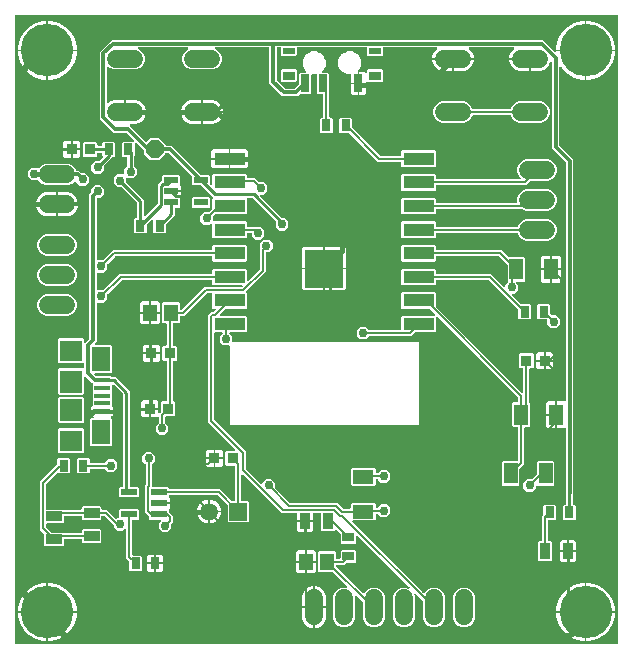
<source format=gbr>
G04 EAGLE Gerber RS-274X export*
G75*
%MOMM*%
%FSLAX34Y34*%
%LPD*%
%INTop Copper*%
%IPPOS*%
%AMOC8*
5,1,8,0,0,1.08239X$1,22.5*%
G01*
G04 Define Apertures*
%ADD10R,0.920900X0.970200*%
%ADD11R,1.164600X1.465300*%
%ADD12R,0.861800X1.361800*%
%ADD13R,1.361800X0.861800*%
%ADD14R,0.798700X0.973900*%
%ADD15R,2.600000X1.100000*%
%ADD16R,3.200000X3.200000*%
%ADD17R,1.400000X0.600000*%
%ADD18R,1.200000X0.600000*%
%ADD19R,1.508000X1.508000*%
%ADD20C,1.508000*%
%ADD21R,1.350000X0.400000*%
%ADD22R,1.600000X2.100000*%
%ADD23R,1.900000X1.800000*%
%ADD24R,1.900000X1.900000*%
%ADD25C,1.524000*%
%ADD26C,4.445000*%
%ADD27R,1.164600X1.815300*%
%ADD28R,1.815300X1.164600*%
%ADD29R,0.973900X0.798700*%
%ADD30R,0.700000X1.500000*%
%ADD31R,1.000000X0.600000*%
%ADD32R,1.000000X0.800000*%
%ADD33P,1.649562X8X22.500000*%
%ADD34C,0.406400*%
%ADD35C,0.254000*%
%ADD36C,0.756400*%
%ADD37C,0.304800*%
%ADD38C,0.203200*%
%ADD39C,0.457200*%
G36*
X514955Y5140D02*
X515205Y5312D01*
X515369Y5567D01*
X515420Y5842D01*
X515420Y536958D01*
X515360Y537255D01*
X515188Y537505D01*
X514933Y537669D01*
X514658Y537720D01*
X5842Y537720D01*
X5545Y537660D01*
X5295Y537488D01*
X5131Y537233D01*
X5080Y536958D01*
X5080Y5842D01*
X5140Y5545D01*
X5312Y5295D01*
X5567Y5131D01*
X5842Y5080D01*
X514658Y5080D01*
X514955Y5140D01*
G37*
%LPC*%
G36*
X7620Y508637D02*
X7620Y511135D01*
X9308Y517434D01*
X12568Y523081D01*
X17179Y527692D01*
X22826Y530952D01*
X29125Y532640D01*
X31623Y532640D01*
X31623Y508637D01*
X7620Y508637D01*
G37*
G36*
X463350Y508637D02*
X463350Y511135D01*
X465038Y517434D01*
X468298Y523081D01*
X472909Y527692D01*
X478556Y530952D01*
X484855Y532640D01*
X487353Y532640D01*
X487353Y508637D01*
X463350Y508637D01*
G37*
G36*
X488877Y508637D02*
X488877Y532640D01*
X491375Y532640D01*
X497674Y530952D01*
X503321Y527692D01*
X507932Y523081D01*
X511192Y517434D01*
X512880Y511135D01*
X512880Y508637D01*
X488877Y508637D01*
G37*
G36*
X33147Y508637D02*
X33147Y532640D01*
X35645Y532640D01*
X41944Y530952D01*
X47591Y527692D01*
X52202Y523081D01*
X55462Y517434D01*
X57150Y511135D01*
X57150Y508637D01*
X33147Y508637D01*
G37*
G36*
X469617Y110447D02*
X468725Y111339D01*
X468725Y122341D01*
X469617Y123234D01*
X470686Y123234D01*
X470983Y123294D01*
X471233Y123465D01*
X471397Y123721D01*
X471448Y123996D01*
X471448Y134394D01*
X471452Y134415D01*
X471452Y187447D01*
X471392Y187744D01*
X471220Y187994D01*
X470965Y188158D01*
X470666Y188208D01*
X470371Y188139D01*
X470151Y187986D01*
X469939Y187774D01*
X463826Y187774D01*
X463826Y211007D01*
X469939Y211007D01*
X470151Y210794D01*
X470404Y210627D01*
X470702Y210571D01*
X470998Y210636D01*
X471246Y210812D01*
X471405Y211070D01*
X471452Y211333D01*
X471452Y412769D01*
X471392Y413066D01*
X471229Y413308D01*
X459794Y424742D01*
X459794Y497494D01*
X459734Y497791D01*
X459562Y498041D01*
X459307Y498205D01*
X459008Y498256D01*
X458713Y498186D01*
X458468Y498006D01*
X458328Y497786D01*
X457230Y495135D01*
X454372Y492277D01*
X450638Y490730D01*
X441759Y490730D01*
X441759Y501652D01*
X423217Y501652D01*
X423217Y502911D01*
X424764Y506645D01*
X427396Y509277D01*
X427563Y509530D01*
X427619Y509828D01*
X427554Y510124D01*
X427378Y510372D01*
X427120Y510531D01*
X426857Y510578D01*
X390113Y510578D01*
X389816Y510518D01*
X389566Y510346D01*
X389402Y510091D01*
X389351Y509792D01*
X389421Y509497D01*
X389574Y509277D01*
X392206Y506645D01*
X393753Y502911D01*
X393753Y501652D01*
X358193Y501652D01*
X358193Y502911D01*
X359740Y506645D01*
X362372Y509277D01*
X362539Y509530D01*
X362595Y509828D01*
X362530Y510124D01*
X362354Y510372D01*
X362096Y510531D01*
X361833Y510578D01*
X317128Y510578D01*
X316831Y510518D01*
X316581Y510346D01*
X316417Y510091D01*
X316366Y509816D01*
X316366Y503811D01*
X315473Y502918D01*
X304211Y502918D01*
X303318Y503811D01*
X303318Y509816D01*
X303258Y510113D01*
X303086Y510363D01*
X302831Y510527D01*
X302556Y510578D01*
X244128Y510578D01*
X243831Y510518D01*
X243581Y510346D01*
X243417Y510091D01*
X243366Y509816D01*
X243366Y503811D01*
X242473Y502918D01*
X231211Y502918D01*
X230318Y503811D01*
X230318Y509816D01*
X230258Y510113D01*
X230086Y510363D01*
X229831Y510527D01*
X229556Y510578D01*
X227330Y510578D01*
X227033Y510518D01*
X226783Y510346D01*
X226619Y510091D01*
X226568Y509816D01*
X226568Y482908D01*
X226628Y482611D01*
X226791Y482369D01*
X233449Y475711D01*
X233702Y475544D01*
X233988Y475488D01*
X241762Y475488D01*
X242059Y475548D01*
X242301Y475711D01*
X245595Y479005D01*
X245762Y479258D01*
X245818Y479544D01*
X245818Y488073D01*
X246711Y488966D01*
X251019Y488966D01*
X251316Y489026D01*
X251566Y489198D01*
X251730Y489453D01*
X251781Y489752D01*
X251711Y490047D01*
X251532Y490292D01*
X251400Y490388D01*
X251329Y490429D01*
X250726Y491473D01*
X250605Y491631D01*
X250221Y492015D01*
X249751Y493150D01*
X249707Y493239D01*
X248762Y494875D01*
X248762Y500009D01*
X249707Y501645D01*
X249751Y501734D01*
X250221Y502869D01*
X250605Y503253D01*
X250726Y503411D01*
X251329Y504455D01*
X252373Y505058D01*
X252531Y505179D01*
X252915Y505564D01*
X254050Y506033D01*
X254139Y506077D01*
X255775Y507022D01*
X260909Y507022D01*
X262545Y506077D01*
X262634Y506033D01*
X263769Y505564D01*
X264153Y505179D01*
X264311Y505058D01*
X265355Y504455D01*
X265958Y503411D01*
X266079Y503253D01*
X266464Y502869D01*
X266933Y501734D01*
X266978Y501645D01*
X267922Y500009D01*
X267922Y494875D01*
X266978Y493239D01*
X266933Y493150D01*
X266464Y492015D01*
X266079Y491631D01*
X265958Y491473D01*
X265355Y490429D01*
X265284Y490388D01*
X265057Y490187D01*
X264926Y489913D01*
X264912Y489611D01*
X265018Y489326D01*
X265226Y489105D01*
X265503Y488983D01*
X265665Y488966D01*
X269973Y488966D01*
X270866Y488073D01*
X270866Y478826D01*
X270926Y478529D01*
X271089Y478287D01*
X271248Y478128D01*
X271248Y451656D01*
X271308Y451358D01*
X271480Y451108D01*
X271735Y450945D01*
X272010Y450894D01*
X273333Y450894D01*
X274226Y450001D01*
X274226Y438999D01*
X273333Y438107D01*
X264083Y438107D01*
X263191Y438999D01*
X263191Y450001D01*
X264083Y450894D01*
X265406Y450894D01*
X265703Y450954D01*
X265953Y451125D01*
X266117Y451381D01*
X266168Y451656D01*
X266168Y470156D01*
X266108Y470453D01*
X265936Y470703D01*
X265681Y470867D01*
X265406Y470918D01*
X261711Y470918D01*
X260818Y471811D01*
X260818Y487100D01*
X260758Y487397D01*
X260586Y487647D01*
X260331Y487811D01*
X260056Y487862D01*
X256628Y487862D01*
X256331Y487802D01*
X256081Y487630D01*
X255917Y487375D01*
X255866Y487100D01*
X255866Y471811D01*
X254973Y470918D01*
X246444Y470918D01*
X246147Y470858D01*
X245905Y470695D01*
X244603Y469392D01*
X231147Y469392D01*
X220472Y480067D01*
X220472Y509816D01*
X220412Y510113D01*
X220240Y510363D01*
X219985Y510527D01*
X219710Y510578D01*
X175048Y510578D01*
X174750Y510518D01*
X174500Y510346D01*
X174337Y510091D01*
X174286Y509792D01*
X174356Y509497D01*
X174535Y509252D01*
X174756Y509112D01*
X175891Y508642D01*
X178463Y506070D01*
X179855Y502709D01*
X179855Y499071D01*
X178463Y495710D01*
X175891Y493138D01*
X172530Y491746D01*
X153652Y491746D01*
X150292Y493138D01*
X147719Y495710D01*
X146327Y499071D01*
X146327Y502709D01*
X147719Y506070D01*
X150292Y508642D01*
X151426Y509112D01*
X151678Y509282D01*
X151843Y509536D01*
X151897Y509834D01*
X151829Y510130D01*
X151652Y510376D01*
X151393Y510533D01*
X151135Y510578D01*
X110024Y510578D01*
X109726Y510518D01*
X109476Y510346D01*
X109313Y510091D01*
X109262Y509792D01*
X109332Y509497D01*
X109511Y509252D01*
X109732Y509112D01*
X110867Y508642D01*
X113439Y506070D01*
X114831Y502709D01*
X114831Y499071D01*
X113439Y495710D01*
X110867Y493138D01*
X107506Y491746D01*
X88628Y491746D01*
X85268Y493138D01*
X84128Y494278D01*
X83875Y494445D01*
X83577Y494501D01*
X83281Y494436D01*
X83034Y494260D01*
X82874Y494002D01*
X82827Y493739D01*
X82827Y464266D01*
X82888Y463969D01*
X83059Y463719D01*
X83315Y463555D01*
X83614Y463504D01*
X83909Y463574D01*
X84128Y463727D01*
X84692Y464291D01*
X88426Y465838D01*
X97305Y465838D01*
X97305Y454916D01*
X115847Y454916D01*
X115847Y453657D01*
X114300Y449923D01*
X111442Y447065D01*
X107708Y445518D01*
X102658Y445518D01*
X102360Y445458D01*
X102110Y445286D01*
X101947Y445031D01*
X101896Y444732D01*
X101966Y444437D01*
X102119Y444217D01*
X115668Y430668D01*
X115921Y430500D01*
X116219Y430445D01*
X116516Y430510D01*
X116746Y430668D01*
X119402Y433324D01*
X126978Y433324D01*
X132340Y427962D01*
X132394Y427693D01*
X132566Y427443D01*
X132821Y427279D01*
X133096Y427228D01*
X137563Y427228D01*
X161923Y402867D01*
X162176Y402700D01*
X162462Y402644D01*
X168991Y402644D01*
X169884Y401751D01*
X169884Y394863D01*
X169944Y394566D01*
X170107Y394324D01*
X170875Y393556D01*
X171128Y393389D01*
X171426Y393333D01*
X171722Y393398D01*
X171970Y393574D01*
X172129Y393832D01*
X172176Y394095D01*
X172176Y402281D01*
X173069Y403174D01*
X200331Y403174D01*
X201224Y402281D01*
X201224Y400812D01*
X201284Y400515D01*
X201456Y400265D01*
X201711Y400101D01*
X201986Y400050D01*
X208062Y400050D01*
X211423Y396689D01*
X211676Y396522D01*
X211962Y396466D01*
X215558Y396466D01*
X218666Y393358D01*
X218666Y388962D01*
X215558Y385854D01*
X213027Y385854D01*
X212730Y385794D01*
X212480Y385622D01*
X212316Y385367D01*
X212265Y385068D01*
X212335Y384773D01*
X212488Y384553D01*
X230832Y366209D01*
X231085Y366042D01*
X231371Y365986D01*
X233338Y365986D01*
X236446Y362878D01*
X236446Y358482D01*
X233338Y355374D01*
X228942Y355374D01*
X225834Y358482D01*
X225834Y362989D01*
X225774Y363286D01*
X225611Y363528D01*
X206076Y383063D01*
X205823Y383230D01*
X205537Y383286D01*
X201986Y383286D01*
X201689Y383226D01*
X201439Y383054D01*
X201275Y382799D01*
X201224Y382524D01*
X201224Y370019D01*
X200331Y369126D01*
X174632Y369126D01*
X174335Y369066D01*
X174093Y368903D01*
X172887Y367697D01*
X172720Y367444D01*
X172664Y367158D01*
X172664Y363936D01*
X172724Y363639D01*
X172896Y363389D01*
X173151Y363225D01*
X173426Y363174D01*
X200331Y363174D01*
X201224Y362281D01*
X201224Y359452D01*
X201284Y359155D01*
X201456Y358905D01*
X201711Y358741D01*
X201986Y358690D01*
X208782Y358690D01*
X208883Y358589D01*
X209136Y358422D01*
X209422Y358366D01*
X213018Y358366D01*
X216126Y355258D01*
X216126Y350862D01*
X213018Y347754D01*
X208622Y347754D01*
X205514Y350862D01*
X205514Y352848D01*
X205454Y353145D01*
X205282Y353395D01*
X205027Y353559D01*
X204752Y353610D01*
X201986Y353610D01*
X201689Y353550D01*
X201439Y353378D01*
X201275Y353123D01*
X201224Y352848D01*
X201224Y350019D01*
X200331Y349126D01*
X173069Y349126D01*
X172176Y350019D01*
X172176Y361235D01*
X172116Y361532D01*
X171944Y361782D01*
X171689Y361945D01*
X171390Y361996D01*
X171095Y361926D01*
X170875Y361773D01*
X169556Y360454D01*
X165160Y360454D01*
X162052Y363562D01*
X162052Y367958D01*
X165160Y371066D01*
X168756Y371066D01*
X169054Y371126D01*
X169295Y371289D01*
X171953Y373947D01*
X172120Y374200D01*
X172176Y374486D01*
X172176Y382281D01*
X172632Y382738D01*
X172800Y382990D01*
X172855Y383289D01*
X172790Y383585D01*
X172632Y383815D01*
X169972Y386476D01*
X168052Y388395D01*
X168052Y388398D01*
X167889Y388640D01*
X163156Y393373D01*
X162903Y393540D01*
X162617Y393596D01*
X155729Y393596D01*
X154836Y394489D01*
X154836Y401018D01*
X154776Y401315D01*
X154613Y401557D01*
X135261Y420909D01*
X135008Y421076D01*
X134722Y421132D01*
X133096Y421132D01*
X132799Y421072D01*
X132549Y420900D01*
X132385Y420645D01*
X132339Y420398D01*
X126978Y415036D01*
X119402Y415036D01*
X114046Y420392D01*
X114046Y423353D01*
X113986Y423651D01*
X113823Y423892D01*
X107680Y430035D01*
X107427Y430202D01*
X107129Y430258D01*
X106833Y430193D01*
X106586Y430017D01*
X106426Y429759D01*
X106380Y429496D01*
X106380Y418679D01*
X105887Y418187D01*
X105720Y417934D01*
X105664Y417648D01*
X105664Y410155D01*
X105724Y409858D01*
X105887Y409617D01*
X108176Y407328D01*
X108176Y402932D01*
X105068Y399824D01*
X100672Y399824D01*
X100587Y399909D01*
X100334Y400077D01*
X100036Y400132D01*
X99740Y400067D01*
X99492Y399892D01*
X99333Y399634D01*
X99286Y399371D01*
X99286Y396471D01*
X99346Y396174D01*
X99509Y395932D01*
X114022Y381419D01*
X114022Y367995D01*
X114082Y367698D01*
X114254Y367448D01*
X114509Y367284D01*
X114808Y367233D01*
X115103Y367303D01*
X115323Y367456D01*
X125549Y377682D01*
X125716Y377935D01*
X125772Y378221D01*
X125772Y393935D01*
X129045Y397208D01*
X129074Y397208D01*
X129371Y397268D01*
X129621Y397440D01*
X129785Y397695D01*
X129836Y397970D01*
X129836Y401751D01*
X130729Y402644D01*
X143991Y402644D01*
X144884Y401751D01*
X144884Y394418D01*
X144855Y394374D01*
X144799Y394076D01*
X144865Y393780D01*
X145023Y393550D01*
X145900Y392672D01*
X145900Y389382D01*
X136598Y389382D01*
X136598Y387858D01*
X145900Y387858D01*
X145900Y384568D01*
X145023Y383690D01*
X144855Y383438D01*
X144799Y383139D01*
X144865Y382843D01*
X144884Y382815D01*
X144884Y375489D01*
X143991Y374596D01*
X140916Y374596D01*
X140619Y374536D01*
X140369Y374364D01*
X140205Y374109D01*
X140154Y373834D01*
X140154Y368081D01*
X133273Y361199D01*
X133105Y360947D01*
X133050Y360661D01*
X133050Y353909D01*
X132157Y353017D01*
X122907Y353017D01*
X122015Y353909D01*
X122015Y364406D01*
X121954Y364703D01*
X121783Y364953D01*
X121527Y365116D01*
X121228Y365167D01*
X120933Y365097D01*
X120714Y364944D01*
X116969Y361199D01*
X116801Y360947D01*
X116746Y360661D01*
X116746Y353909D01*
X115853Y353017D01*
X106603Y353017D01*
X105711Y353909D01*
X105711Y364911D01*
X106603Y365804D01*
X107672Y365804D01*
X107969Y365864D01*
X108219Y366035D01*
X108383Y366291D01*
X108434Y366566D01*
X108434Y378789D01*
X108374Y379086D01*
X108211Y379328D01*
X95558Y391981D01*
X95305Y392148D01*
X95019Y392204D01*
X91782Y392204D01*
X88674Y395312D01*
X88674Y399708D01*
X91782Y402816D01*
X96178Y402816D01*
X96263Y402731D01*
X96516Y402563D01*
X96814Y402508D01*
X97110Y402573D01*
X97358Y402748D01*
X97517Y403006D01*
X97564Y403269D01*
X97564Y407328D01*
X99853Y409617D01*
X100020Y409869D01*
X100076Y410155D01*
X100076Y417025D01*
X100016Y417322D01*
X99844Y417572D01*
X99589Y417735D01*
X99314Y417787D01*
X96237Y417787D01*
X95345Y418679D01*
X95345Y429681D01*
X96237Y430574D01*
X105302Y430574D01*
X105599Y430634D01*
X105849Y430805D01*
X106013Y431061D01*
X106063Y431360D01*
X105994Y431655D01*
X105841Y431874D01*
X99786Y437929D01*
X99533Y438096D01*
X99247Y438152D01*
X88576Y438152D01*
X76731Y449997D01*
X76731Y506571D01*
X86834Y516674D01*
X452230Y516674D01*
X462049Y506855D01*
X462302Y506688D01*
X462600Y506632D01*
X462896Y506697D01*
X463144Y506872D01*
X463292Y507113D01*
X487353Y507113D01*
X487353Y483110D01*
X484855Y483110D01*
X478556Y484798D01*
X472909Y488058D01*
X468298Y492669D01*
X467312Y494377D01*
X467111Y494604D01*
X466837Y494735D01*
X466535Y494749D01*
X466250Y494643D01*
X466029Y494435D01*
X465907Y494158D01*
X465890Y493996D01*
X465890Y427583D01*
X465950Y427286D01*
X466113Y427044D01*
X477548Y415609D01*
X477548Y131933D01*
X477259Y131645D01*
X477092Y131392D01*
X477036Y131106D01*
X477036Y123996D01*
X477096Y123698D01*
X477268Y123448D01*
X477523Y123285D01*
X477798Y123234D01*
X478867Y123234D01*
X479760Y122341D01*
X479760Y111339D01*
X478867Y110447D01*
X469617Y110447D01*
G37*
G36*
X29125Y483110D02*
X22826Y484798D01*
X17179Y488058D01*
X12568Y492669D01*
X9308Y498316D01*
X7620Y504615D01*
X7620Y507113D01*
X31623Y507113D01*
X31623Y483110D01*
X29125Y483110D01*
G37*
G36*
X33147Y483110D02*
X33147Y507113D01*
X57150Y507113D01*
X57150Y504615D01*
X55462Y498316D01*
X52202Y492669D01*
X47591Y488058D01*
X41944Y484798D01*
X35645Y483110D01*
X33147Y483110D01*
G37*
G36*
X488877Y483110D02*
X488877Y507113D01*
X512880Y507113D01*
X512880Y504615D01*
X511192Y498316D01*
X507932Y492669D01*
X503321Y488058D01*
X497674Y484798D01*
X491375Y483110D01*
X488877Y483110D01*
G37*
G36*
X289802Y480704D02*
X289802Y487100D01*
X289742Y487397D01*
X289570Y487647D01*
X289315Y487811D01*
X289040Y487862D01*
X285775Y487862D01*
X284139Y488807D01*
X284050Y488851D01*
X282915Y489320D01*
X282531Y489705D01*
X282373Y489826D01*
X281329Y490429D01*
X280726Y491473D01*
X280605Y491631D01*
X280221Y492015D01*
X279751Y493150D01*
X279707Y493239D01*
X278762Y494875D01*
X278762Y500009D01*
X279707Y501645D01*
X279751Y501734D01*
X280221Y502869D01*
X280605Y503253D01*
X280726Y503411D01*
X281329Y504455D01*
X282373Y505058D01*
X282531Y505179D01*
X282915Y505564D01*
X284050Y506033D01*
X284139Y506077D01*
X285775Y507022D01*
X290909Y507022D01*
X292545Y506077D01*
X292634Y506033D01*
X293769Y505564D01*
X294153Y505179D01*
X294311Y505058D01*
X295355Y504455D01*
X295958Y503411D01*
X296079Y503253D01*
X296464Y502869D01*
X296933Y501734D01*
X296978Y501645D01*
X297922Y500009D01*
X297922Y494875D01*
X296978Y493239D01*
X296933Y493150D01*
X296464Y492015D01*
X296079Y491631D01*
X295958Y491473D01*
X295757Y491125D01*
X295661Y490837D01*
X295684Y490535D01*
X295773Y490363D01*
X295080Y490363D01*
X295080Y480704D01*
X289802Y480704D01*
G37*
G36*
X366332Y490730D02*
X362598Y492277D01*
X359740Y495135D01*
X358193Y498869D01*
X358193Y500128D01*
X375211Y500128D01*
X375211Y490730D01*
X366332Y490730D01*
G37*
G36*
X376735Y490730D02*
X376735Y500128D01*
X393753Y500128D01*
X393753Y498869D01*
X392206Y495135D01*
X389348Y492277D01*
X385614Y490730D01*
X376735Y490730D01*
G37*
G36*
X431356Y490730D02*
X427622Y492277D01*
X424764Y495135D01*
X423217Y498869D01*
X423217Y500128D01*
X440235Y500128D01*
X440235Y490730D01*
X431356Y490730D01*
G37*
G36*
X296604Y480704D02*
X296604Y489982D01*
X300394Y489982D01*
X302017Y488359D01*
X302270Y488191D01*
X302568Y488136D01*
X302864Y488201D01*
X303112Y488376D01*
X303271Y488634D01*
X303318Y488898D01*
X303318Y491073D01*
X304211Y491966D01*
X315473Y491966D01*
X316366Y491073D01*
X316366Y481811D01*
X315473Y480918D01*
X304211Y480918D01*
X303183Y481946D01*
X302930Y482113D01*
X302632Y482169D01*
X302336Y482104D01*
X302088Y481928D01*
X301929Y481670D01*
X301882Y481407D01*
X301882Y480704D01*
X296604Y480704D01*
G37*
G36*
X231211Y480918D02*
X230318Y481811D01*
X230318Y491073D01*
X231211Y491966D01*
X242473Y491966D01*
X243366Y491073D01*
X243366Y481811D01*
X242473Y480918D01*
X231211Y480918D01*
G37*
G36*
X291290Y469902D02*
X289802Y471390D01*
X289802Y479180D01*
X295080Y479180D01*
X295080Y469902D01*
X291290Y469902D01*
G37*
G36*
X296604Y469902D02*
X296604Y479180D01*
X301882Y479180D01*
X301882Y471390D01*
X300394Y469902D01*
X296604Y469902D01*
G37*
G36*
X163853Y456440D02*
X163853Y465838D01*
X172732Y465838D01*
X176466Y464291D01*
X179324Y461433D01*
X180871Y457699D01*
X180871Y456440D01*
X163853Y456440D01*
G37*
G36*
X98829Y456440D02*
X98829Y465838D01*
X107708Y465838D01*
X111442Y464291D01*
X114300Y461433D01*
X115847Y457699D01*
X115847Y456440D01*
X98829Y456440D01*
G37*
G36*
X145311Y456440D02*
X145311Y457699D01*
X146858Y461433D01*
X149716Y464291D01*
X153450Y465838D01*
X162329Y465838D01*
X162329Y456440D01*
X145311Y456440D01*
G37*
G36*
X366534Y446534D02*
X363173Y447926D01*
X360601Y450498D01*
X359209Y453859D01*
X359209Y457497D01*
X360601Y460858D01*
X363173Y463430D01*
X366534Y464822D01*
X385412Y464822D01*
X388773Y463430D01*
X391345Y460858D01*
X392243Y458688D01*
X392413Y458437D01*
X392667Y458271D01*
X392947Y458218D01*
X424022Y458218D01*
X424320Y458278D01*
X424570Y458450D01*
X424726Y458688D01*
X425625Y460858D01*
X428197Y463430D01*
X431558Y464822D01*
X450436Y464822D01*
X453797Y463430D01*
X456369Y460858D01*
X457761Y457497D01*
X457761Y453859D01*
X456369Y450498D01*
X453797Y447926D01*
X450436Y446534D01*
X431558Y446534D01*
X428197Y447926D01*
X425625Y450498D01*
X424726Y452668D01*
X424557Y452919D01*
X424303Y453085D01*
X424022Y453138D01*
X392947Y453138D01*
X392650Y453078D01*
X392400Y452906D01*
X392243Y452668D01*
X391345Y450498D01*
X388773Y447926D01*
X385412Y446534D01*
X366534Y446534D01*
G37*
G36*
X163853Y445518D02*
X163853Y454916D01*
X180871Y454916D01*
X180871Y453657D01*
X179324Y449923D01*
X176466Y447065D01*
X172732Y445518D01*
X163853Y445518D01*
G37*
G36*
X153450Y445518D02*
X149716Y447065D01*
X146858Y449923D01*
X145311Y453657D01*
X145311Y454916D01*
X162329Y454916D01*
X162329Y445518D01*
X153450Y445518D01*
G37*
G36*
X333069Y409126D02*
X332176Y410019D01*
X332176Y412848D01*
X332116Y413145D01*
X331944Y413395D01*
X331689Y413559D01*
X331414Y413610D01*
X312310Y413610D01*
X288037Y437883D01*
X287784Y438051D01*
X287498Y438107D01*
X280387Y438107D01*
X279495Y438999D01*
X279495Y450001D01*
X280387Y450894D01*
X289637Y450894D01*
X290530Y450001D01*
X290530Y442890D01*
X290590Y442593D01*
X290753Y442351D01*
X314191Y418913D01*
X314444Y418746D01*
X314730Y418690D01*
X331414Y418690D01*
X331711Y418750D01*
X331961Y418922D01*
X332125Y419177D01*
X332176Y419452D01*
X332176Y422281D01*
X333069Y423174D01*
X360331Y423174D01*
X361224Y422281D01*
X361224Y410019D01*
X360331Y409126D01*
X333069Y409126D01*
G37*
G36*
X46070Y424942D02*
X46070Y430083D01*
X47557Y431571D01*
X52452Y431571D01*
X52452Y424942D01*
X46070Y424942D01*
G37*
G36*
X53976Y424942D02*
X53976Y431571D01*
X58871Y431571D01*
X60359Y430083D01*
X60359Y424942D01*
X53976Y424942D01*
G37*
G36*
X72732Y403634D02*
X69624Y406742D01*
X69624Y411138D01*
X72732Y414246D01*
X75969Y414246D01*
X76266Y414306D01*
X76508Y414469D01*
X79340Y417302D01*
X79508Y417555D01*
X79564Y417853D01*
X79498Y418149D01*
X79340Y418379D01*
X79041Y418679D01*
X79041Y420624D01*
X78980Y420921D01*
X78809Y421171D01*
X78553Y421335D01*
X78279Y421386D01*
X75597Y421386D01*
X75299Y421326D01*
X75049Y421154D01*
X74886Y420899D01*
X74835Y420624D01*
X74835Y418698D01*
X73942Y417805D01*
X63470Y417805D01*
X62578Y418698D01*
X62578Y429662D01*
X63470Y430555D01*
X73942Y430555D01*
X74835Y429662D01*
X74835Y427736D01*
X74895Y427439D01*
X75066Y427189D01*
X75322Y427025D01*
X75597Y426974D01*
X78279Y426974D01*
X78576Y427034D01*
X78826Y427206D01*
X78989Y427461D01*
X79041Y427736D01*
X79041Y429681D01*
X79933Y430574D01*
X89183Y430574D01*
X90076Y429681D01*
X90076Y418679D01*
X89183Y417787D01*
X88043Y417787D01*
X87746Y417726D01*
X87505Y417563D01*
X80459Y410518D01*
X80292Y410265D01*
X80236Y409979D01*
X80236Y406742D01*
X77128Y403634D01*
X72732Y403634D01*
G37*
G36*
X187462Y416912D02*
X187462Y424190D01*
X200752Y424190D01*
X202240Y422702D01*
X202240Y416912D01*
X187462Y416912D01*
G37*
G36*
X171160Y416912D02*
X171160Y422702D01*
X172648Y424190D01*
X185938Y424190D01*
X185938Y416912D01*
X171160Y416912D01*
G37*
G36*
X47557Y416789D02*
X46070Y418277D01*
X46070Y423418D01*
X52452Y423418D01*
X52452Y416789D01*
X47557Y416789D01*
G37*
G36*
X53976Y416789D02*
X53976Y423418D01*
X60359Y423418D01*
X60359Y418277D01*
X58871Y416789D01*
X53976Y416789D01*
G37*
G36*
X333069Y389126D02*
X332176Y390019D01*
X332176Y402281D01*
X333069Y403174D01*
X360331Y403174D01*
X361224Y402281D01*
X361224Y399452D01*
X361284Y399155D01*
X361456Y398905D01*
X361711Y398741D01*
X361986Y398690D01*
X432359Y398690D01*
X432656Y398750D01*
X432906Y398922D01*
X433070Y399177D01*
X433120Y399476D01*
X433051Y399771D01*
X432898Y399991D01*
X431668Y401220D01*
X430276Y404581D01*
X430276Y408219D01*
X431668Y411580D01*
X434240Y414152D01*
X437601Y415544D01*
X456479Y415544D01*
X459840Y414152D01*
X462412Y411580D01*
X463804Y408219D01*
X463804Y404581D01*
X462412Y401220D01*
X459840Y398648D01*
X456479Y397256D01*
X441804Y397256D01*
X441507Y397196D01*
X441265Y397033D01*
X437842Y393610D01*
X361986Y393610D01*
X361689Y393550D01*
X361439Y393378D01*
X361275Y393123D01*
X361224Y392848D01*
X361224Y390019D01*
X360331Y389126D01*
X333069Y389126D01*
G37*
G36*
X187462Y408110D02*
X187462Y415388D01*
X202240Y415388D01*
X202240Y409598D01*
X200752Y408110D01*
X187462Y408110D01*
G37*
G36*
X172648Y408110D02*
X171160Y409598D01*
X171160Y415388D01*
X185938Y415388D01*
X185938Y408110D01*
X172648Y408110D01*
G37*
G36*
X60032Y393474D02*
X56924Y396582D01*
X56924Y397054D01*
X56864Y397351D01*
X56692Y397601D01*
X56437Y397765D01*
X56138Y397816D01*
X55843Y397746D01*
X55623Y397593D01*
X53186Y395155D01*
X49825Y393763D01*
X30947Y393763D01*
X27586Y395155D01*
X25014Y397728D01*
X24907Y397985D01*
X24738Y398237D01*
X24484Y398402D01*
X24185Y398455D01*
X23890Y398388D01*
X23665Y398232D01*
X23506Y398074D01*
X19110Y398074D01*
X16002Y401182D01*
X16002Y405577D01*
X19110Y408686D01*
X23506Y408686D01*
X24020Y408171D01*
X24273Y408003D01*
X24571Y407948D01*
X24868Y408013D01*
X25098Y408171D01*
X27586Y410659D01*
X30947Y412051D01*
X49825Y412051D01*
X53186Y410659D01*
X55758Y408087D01*
X56446Y406426D01*
X56616Y406174D01*
X56870Y406009D01*
X57150Y405955D01*
X59365Y405955D01*
X61011Y404309D01*
X61264Y404142D01*
X61550Y404086D01*
X64428Y404086D01*
X67536Y400978D01*
X67536Y396582D01*
X64428Y393474D01*
X60032Y393474D01*
G37*
G36*
X332456Y19532D02*
X329095Y20924D01*
X326523Y23496D01*
X325131Y26857D01*
X325131Y45735D01*
X326523Y49096D01*
X329095Y51668D01*
X332456Y53060D01*
X336094Y53060D01*
X338060Y52245D01*
X338358Y52187D01*
X338654Y52250D01*
X338903Y52424D01*
X339065Y52680D01*
X339113Y52980D01*
X339041Y53274D01*
X338890Y53488D01*
X294714Y97664D01*
X294461Y97832D01*
X294163Y97887D01*
X293867Y97822D01*
X293620Y97647D01*
X293460Y97389D01*
X293414Y97125D01*
X293414Y91157D01*
X292521Y90265D01*
X281519Y90265D01*
X280627Y91157D01*
X280627Y98268D01*
X280566Y98565D01*
X280403Y98807D01*
X277220Y101990D01*
X276968Y102157D01*
X276669Y102213D01*
X276373Y102148D01*
X276143Y101990D01*
X275040Y100887D01*
X265160Y100887D01*
X264267Y101780D01*
X264267Y115267D01*
X264207Y115564D01*
X264035Y115814D01*
X263780Y115978D01*
X263505Y116029D01*
X258211Y116029D01*
X257914Y115969D01*
X257664Y115797D01*
X257500Y115542D01*
X257449Y115267D01*
X257449Y109982D01*
X243751Y109982D01*
X243751Y115267D01*
X243691Y115564D01*
X243519Y115814D01*
X243264Y115978D01*
X242989Y116029D01*
X230848Y116029D01*
X197951Y148926D01*
X197699Y149093D01*
X197401Y149149D01*
X197104Y149084D01*
X196857Y148908D01*
X196698Y148650D01*
X196651Y148387D01*
X196651Y127305D01*
X196711Y127008D01*
X196883Y126758D01*
X197138Y126594D01*
X197413Y126543D01*
X202282Y126543D01*
X203175Y125650D01*
X203175Y109308D01*
X202282Y108415D01*
X185939Y108415D01*
X185047Y109308D01*
X185047Y122635D01*
X184986Y122933D01*
X184823Y123174D01*
X176801Y131197D01*
X176548Y131364D01*
X176262Y131420D01*
X136086Y131420D01*
X135789Y131360D01*
X135539Y131188D01*
X135375Y130933D01*
X135324Y130658D01*
X135324Y130258D01*
X135295Y130214D01*
X135239Y129916D01*
X135305Y129620D01*
X135463Y129390D01*
X136340Y128512D01*
X136340Y125222D01*
X126038Y125222D01*
X126038Y123698D01*
X136340Y123698D01*
X136340Y120408D01*
X135463Y119530D01*
X135295Y119278D01*
X135239Y118979D01*
X135305Y118683D01*
X135324Y118655D01*
X135324Y117504D01*
X135384Y117207D01*
X135547Y116965D01*
X138430Y114082D01*
X138430Y108168D01*
X137609Y107347D01*
X137442Y107094D01*
X137386Y106808D01*
X137386Y103212D01*
X134278Y100104D01*
X129882Y100104D01*
X126774Y103212D01*
X126774Y107608D01*
X128301Y109135D01*
X128469Y109388D01*
X128524Y109686D01*
X128459Y109982D01*
X128284Y110230D01*
X128026Y110389D01*
X127763Y110436D01*
X119169Y110436D01*
X118276Y111329D01*
X118276Y112766D01*
X118216Y113064D01*
X118053Y113305D01*
X114720Y116638D01*
X114720Y139064D01*
X115347Y139691D01*
X115514Y139944D01*
X115570Y140230D01*
X115570Y157281D01*
X115510Y157578D01*
X115347Y157819D01*
X112804Y160362D01*
X112804Y164758D01*
X115912Y167866D01*
X120308Y167866D01*
X123416Y164758D01*
X123416Y160362D01*
X120873Y157819D01*
X120706Y157567D01*
X120650Y157281D01*
X120650Y139246D01*
X120710Y138949D01*
X120882Y138699D01*
X121137Y138535D01*
X121412Y138484D01*
X134431Y138484D01*
X135324Y137591D01*
X135324Y137262D01*
X135384Y136965D01*
X135556Y136715D01*
X135811Y136551D01*
X136086Y136500D01*
X178682Y136500D01*
X188416Y126766D01*
X188668Y126599D01*
X188954Y126543D01*
X190809Y126543D01*
X191106Y126603D01*
X191356Y126775D01*
X191519Y127030D01*
X191571Y127305D01*
X191571Y155423D01*
X191510Y155720D01*
X191339Y155970D01*
X191083Y156134D01*
X190809Y156185D01*
X184120Y156185D01*
X183228Y157078D01*
X183228Y168042D01*
X184120Y168935D01*
X190597Y168935D01*
X190894Y168995D01*
X191144Y169167D01*
X191308Y169422D01*
X191359Y169721D01*
X191289Y170016D01*
X191136Y170236D01*
X168620Y192752D01*
X168620Y283754D01*
X171596Y286730D01*
X173372Y286730D01*
X173670Y286790D01*
X173911Y286953D01*
X174783Y287825D01*
X174951Y288078D01*
X175006Y288376D01*
X174941Y288672D01*
X174766Y288920D01*
X174508Y289079D01*
X174244Y289126D01*
X173069Y289126D01*
X172176Y290019D01*
X172176Y301498D01*
X172116Y301795D01*
X171944Y302045D01*
X171689Y302209D01*
X171414Y302260D01*
X167738Y302260D01*
X167441Y302200D01*
X167199Y302037D01*
X148372Y283210D01*
X145133Y283210D01*
X144836Y283150D01*
X144586Y282978D01*
X144422Y282723D01*
X144371Y282448D01*
X144371Y277792D01*
X143478Y276900D01*
X139318Y276900D01*
X139021Y276839D01*
X138771Y276668D01*
X138607Y276412D01*
X138556Y276138D01*
X138556Y258597D01*
X138616Y258300D01*
X138788Y258050D01*
X139043Y257886D01*
X139318Y257835D01*
X141252Y257835D01*
X142145Y256942D01*
X142145Y245978D01*
X141252Y245085D01*
X139318Y245085D01*
X139021Y245025D01*
X138771Y244853D01*
X138607Y244598D01*
X138556Y244323D01*
X138556Y211607D01*
X138616Y211310D01*
X138788Y211060D01*
X139043Y210896D01*
X139318Y210845D01*
X139982Y210845D01*
X140875Y209952D01*
X140875Y198988D01*
X139982Y198095D01*
X132842Y198095D01*
X132545Y198035D01*
X132295Y197863D01*
X132131Y197608D01*
X132080Y197333D01*
X132080Y193239D01*
X132140Y192942D01*
X132303Y192701D01*
X134846Y190158D01*
X134846Y185762D01*
X131738Y182654D01*
X127342Y182654D01*
X124234Y185762D01*
X124234Y190158D01*
X126777Y192701D01*
X126944Y192953D01*
X127000Y193239D01*
X127000Y197329D01*
X126940Y197626D01*
X126768Y197876D01*
X126513Y198040D01*
X126214Y198090D01*
X125919Y198021D01*
X125699Y197868D01*
X124911Y197079D01*
X120016Y197079D01*
X120016Y203708D01*
X126399Y203708D01*
X126399Y201554D01*
X126459Y201257D01*
X126630Y201007D01*
X126886Y200843D01*
X127185Y200793D01*
X127480Y200862D01*
X127699Y201015D01*
X128394Y201710D01*
X128562Y201963D01*
X128618Y202249D01*
X128618Y209952D01*
X129510Y210845D01*
X132714Y210845D01*
X133011Y210905D01*
X133261Y211077D01*
X133425Y211332D01*
X133476Y211607D01*
X133476Y244323D01*
X133416Y244620D01*
X133244Y244870D01*
X132989Y245034D01*
X132714Y245085D01*
X130780Y245085D01*
X129888Y245978D01*
X129888Y256942D01*
X130780Y257835D01*
X132714Y257835D01*
X133011Y257895D01*
X133261Y258067D01*
X133425Y258322D01*
X133476Y258597D01*
X133476Y276138D01*
X133416Y276435D01*
X133244Y276685D01*
X132989Y276848D01*
X132714Y276900D01*
X130570Y276900D01*
X129677Y277792D01*
X129677Y293708D01*
X130570Y294601D01*
X143478Y294601D01*
X144371Y293708D01*
X144371Y289052D01*
X144431Y288755D01*
X144603Y288505D01*
X144858Y288341D01*
X145133Y288290D01*
X145952Y288290D01*
X146250Y288350D01*
X146491Y288513D01*
X165318Y307340D01*
X196752Y307340D01*
X197050Y307400D01*
X197291Y307563D01*
X197553Y307825D01*
X197721Y308078D01*
X197776Y308376D01*
X197711Y308672D01*
X197536Y308920D01*
X197278Y309079D01*
X197014Y309126D01*
X173069Y309126D01*
X172176Y310019D01*
X172176Y312848D01*
X172116Y313145D01*
X171944Y313395D01*
X171689Y313559D01*
X171414Y313610D01*
X95748Y313610D01*
X95451Y313550D01*
X95209Y313387D01*
X83479Y301657D01*
X83312Y301404D01*
X83256Y301118D01*
X83256Y297522D01*
X80148Y294414D01*
X75752Y294414D01*
X75469Y294697D01*
X75216Y294865D01*
X74918Y294920D01*
X74622Y294855D01*
X74374Y294680D01*
X74215Y294422D01*
X74168Y294159D01*
X74168Y261515D01*
X72529Y259875D01*
X72361Y259623D01*
X72306Y259325D01*
X72371Y259028D01*
X72546Y258781D01*
X72804Y258622D01*
X73068Y258575D01*
X86335Y258575D01*
X87228Y257682D01*
X87228Y235419D01*
X86335Y234527D01*
X73068Y234527D01*
X72770Y234466D01*
X72520Y234295D01*
X72357Y234039D01*
X72306Y233740D01*
X72376Y233445D01*
X72529Y233226D01*
X73457Y232298D01*
X73710Y232130D01*
X73996Y232075D01*
X86335Y232075D01*
X86841Y231569D01*
X87093Y231402D01*
X87391Y231346D01*
X87608Y231394D01*
X90057Y231394D01*
X102080Y219371D01*
X102080Y139246D01*
X102140Y138949D01*
X102312Y138699D01*
X102567Y138535D01*
X102842Y138484D01*
X109431Y138484D01*
X110324Y137591D01*
X110324Y130329D01*
X109431Y129436D01*
X94169Y129436D01*
X93276Y130329D01*
X93276Y137591D01*
X94169Y138484D01*
X95730Y138484D01*
X96027Y138544D01*
X96277Y138716D01*
X96441Y138971D01*
X96492Y139246D01*
X96492Y216741D01*
X96432Y217038D01*
X96269Y217280D01*
X88529Y225020D01*
X88276Y225187D01*
X87978Y225243D01*
X87682Y225178D01*
X87434Y225002D01*
X87275Y224744D01*
X87228Y224481D01*
X87228Y219419D01*
X87148Y219339D01*
X86981Y219087D01*
X86925Y218789D01*
X86990Y218492D01*
X87148Y218262D01*
X87228Y218182D01*
X87228Y212919D01*
X87148Y212839D01*
X86981Y212587D01*
X86925Y212289D01*
X86990Y211992D01*
X87148Y211762D01*
X87228Y211682D01*
X87228Y206934D01*
X87288Y206637D01*
X87451Y206396D01*
X88244Y205603D01*
X88244Y203313D01*
X69664Y203313D01*
X69664Y205603D01*
X70457Y206396D01*
X70624Y206648D01*
X70680Y206934D01*
X70680Y211682D01*
X70760Y211762D01*
X70927Y212015D01*
X70983Y212313D01*
X70918Y212609D01*
X70760Y212839D01*
X70680Y212919D01*
X70680Y218182D01*
X70760Y218262D01*
X70927Y218515D01*
X70983Y218813D01*
X70918Y219109D01*
X70760Y219339D01*
X70680Y219419D01*
X70680Y224682D01*
X70760Y224762D01*
X70927Y225015D01*
X70983Y225313D01*
X70918Y225609D01*
X70760Y225839D01*
X70680Y225919D01*
X70680Y226138D01*
X70620Y226435D01*
X70457Y226677D01*
X64529Y232605D01*
X64276Y232772D01*
X63978Y232828D01*
X63682Y232763D01*
X63434Y232587D01*
X63275Y232329D01*
X63228Y232066D01*
X63228Y217419D01*
X62335Y216527D01*
X42073Y216527D01*
X41180Y217419D01*
X41180Y237682D01*
X42073Y238575D01*
X62350Y238575D01*
X62560Y238435D01*
X62858Y238380D01*
X63154Y238445D01*
X63402Y238620D01*
X63561Y238878D01*
X63608Y239142D01*
X63608Y242460D01*
X63548Y242757D01*
X63376Y243007D01*
X63121Y243171D01*
X62822Y243221D01*
X62527Y243152D01*
X62347Y243027D01*
X42073Y243027D01*
X41180Y243919D01*
X41180Y263182D01*
X42073Y264075D01*
X62335Y264075D01*
X63228Y263182D01*
X63228Y261035D01*
X63288Y260738D01*
X63460Y260488D01*
X63715Y260325D01*
X64014Y260274D01*
X64309Y260343D01*
X64529Y260496D01*
X67849Y263816D01*
X68016Y264069D01*
X68072Y264355D01*
X68072Y386073D01*
X69401Y387401D01*
X69568Y387654D01*
X69624Y387940D01*
X69624Y390818D01*
X72732Y393926D01*
X77128Y393926D01*
X80236Y390818D01*
X80236Y386422D01*
X77128Y383314D01*
X74930Y383314D01*
X74633Y383254D01*
X74383Y383082D01*
X74219Y382827D01*
X74168Y382552D01*
X74168Y330681D01*
X74228Y330384D01*
X74400Y330134D01*
X74655Y329971D01*
X74954Y329920D01*
X75249Y329990D01*
X75469Y330143D01*
X75752Y330426D01*
X79348Y330426D01*
X79646Y330486D01*
X79887Y330649D01*
X87928Y338690D01*
X171414Y338690D01*
X171711Y338750D01*
X171961Y338922D01*
X172125Y339177D01*
X172176Y339452D01*
X172176Y342281D01*
X173069Y343174D01*
X200331Y343174D01*
X201224Y342281D01*
X201224Y330019D01*
X200331Y329126D01*
X173069Y329126D01*
X172176Y330019D01*
X172176Y332848D01*
X172116Y333145D01*
X171944Y333395D01*
X171689Y333559D01*
X171414Y333610D01*
X90348Y333610D01*
X90051Y333550D01*
X89809Y333387D01*
X83479Y327057D01*
X83312Y326804D01*
X83256Y326518D01*
X83256Y322922D01*
X80148Y319814D01*
X75752Y319814D01*
X75469Y320097D01*
X75216Y320265D01*
X74918Y320320D01*
X74622Y320255D01*
X74374Y320080D01*
X74215Y319822D01*
X74168Y319559D01*
X74168Y305281D01*
X74228Y304984D01*
X74400Y304734D01*
X74655Y304571D01*
X74954Y304520D01*
X75249Y304590D01*
X75469Y304743D01*
X75752Y305026D01*
X79348Y305026D01*
X79646Y305086D01*
X79887Y305249D01*
X93328Y318690D01*
X171414Y318690D01*
X171711Y318750D01*
X171961Y318922D01*
X172125Y319177D01*
X172176Y319452D01*
X172176Y322281D01*
X173069Y323174D01*
X200331Y323174D01*
X201224Y322281D01*
X201224Y313336D01*
X201284Y313039D01*
X201456Y312788D01*
X201711Y312625D01*
X202010Y312574D01*
X202305Y312644D01*
X202525Y312797D01*
X211867Y322139D01*
X212034Y322392D01*
X212090Y322678D01*
X212090Y340142D01*
X212301Y340353D01*
X212469Y340606D01*
X212524Y340892D01*
X212524Y344488D01*
X215633Y347596D01*
X220028Y347596D01*
X223136Y344488D01*
X223136Y340093D01*
X220028Y336984D01*
X217932Y336984D01*
X217635Y336924D01*
X217385Y336753D01*
X217221Y336497D01*
X217170Y336222D01*
X217170Y320258D01*
X200748Y303835D01*
X200580Y303583D01*
X200524Y303284D01*
X200590Y302988D01*
X200748Y302758D01*
X201224Y302281D01*
X201224Y290019D01*
X200331Y289126D01*
X183584Y289126D01*
X183287Y289066D01*
X183045Y288903D01*
X178617Y284475D01*
X178449Y284222D01*
X178394Y283924D01*
X178459Y283628D01*
X178634Y283380D01*
X178892Y283221D01*
X179156Y283174D01*
X200331Y283174D01*
X201224Y282281D01*
X201224Y270019D01*
X200331Y269126D01*
X187257Y269126D01*
X186960Y269066D01*
X186710Y268894D01*
X186547Y268639D01*
X186496Y268340D01*
X186566Y268045D01*
X186719Y267825D01*
X188905Y265639D01*
X188905Y261925D01*
X188965Y261627D01*
X189136Y261377D01*
X189392Y261214D01*
X189667Y261163D01*
X346661Y261163D01*
X346701Y261157D01*
X346704Y261156D01*
X346713Y261101D01*
X346713Y191189D01*
X346707Y191149D01*
X346706Y191146D01*
X346651Y191137D01*
X186739Y191137D01*
X186699Y191143D01*
X186696Y191144D01*
X186687Y191199D01*
X186687Y257373D01*
X186627Y257671D01*
X186455Y257921D01*
X186200Y258084D01*
X185925Y258135D01*
X181401Y258135D01*
X178293Y261244D01*
X178293Y265639D01*
X180479Y267825D01*
X180646Y268078D01*
X180702Y268376D01*
X180637Y268672D01*
X180461Y268920D01*
X180203Y269079D01*
X179940Y269126D01*
X174462Y269126D01*
X174165Y269066D01*
X173915Y268894D01*
X173751Y268639D01*
X173700Y268364D01*
X173700Y195171D01*
X173760Y194874D01*
X173923Y194633D01*
X200207Y168349D01*
X200207Y154170D01*
X200267Y153873D01*
X200430Y153632D01*
X213103Y140958D01*
X213356Y140791D01*
X213654Y140735D01*
X213950Y140800D01*
X214198Y140976D01*
X214357Y141234D01*
X214404Y141497D01*
X214404Y141898D01*
X217512Y145006D01*
X221908Y145006D01*
X225016Y141898D01*
X225016Y138302D01*
X225076Y138005D01*
X225239Y137763D01*
X238114Y124888D01*
X238367Y124721D01*
X238653Y124665D01*
X277986Y124665D01*
X282562Y120089D01*
X282815Y119922D01*
X283101Y119866D01*
X288358Y119866D01*
X288655Y119926D01*
X288905Y120098D01*
X289068Y120353D01*
X289120Y120628D01*
X289120Y123780D01*
X290012Y124673D01*
X309428Y124673D01*
X310321Y123780D01*
X310321Y121412D01*
X310381Y121115D01*
X310552Y120865D01*
X310808Y120701D01*
X311083Y120650D01*
X312221Y120650D01*
X312518Y120710D01*
X312759Y120873D01*
X315302Y123416D01*
X319698Y123416D01*
X322806Y120308D01*
X322806Y115912D01*
X319698Y112804D01*
X315302Y112804D01*
X312759Y115347D01*
X312507Y115514D01*
X312221Y115570D01*
X311083Y115570D01*
X310785Y115510D01*
X310535Y115338D01*
X310372Y115083D01*
X310321Y114808D01*
X310321Y110872D01*
X309428Y109979D01*
X291423Y109979D01*
X291126Y109919D01*
X290876Y109747D01*
X290713Y109492D01*
X290662Y109193D01*
X290732Y108898D01*
X290885Y108678D01*
X350690Y48873D01*
X350943Y48705D01*
X351241Y48649D01*
X351537Y48715D01*
X351785Y48890D01*
X351907Y49080D01*
X354495Y51668D01*
X357856Y53060D01*
X361494Y53060D01*
X364855Y51668D01*
X367427Y49096D01*
X368819Y45735D01*
X368819Y26857D01*
X367427Y23496D01*
X364855Y20924D01*
X361494Y19532D01*
X357856Y19532D01*
X354495Y20924D01*
X351923Y23496D01*
X350531Y26857D01*
X350531Y41532D01*
X350471Y41829D01*
X350308Y42071D01*
X343847Y48531D01*
X343594Y48699D01*
X343296Y48754D01*
X343000Y48689D01*
X342753Y48514D01*
X342593Y48256D01*
X342547Y47956D01*
X342604Y47701D01*
X343419Y45735D01*
X343419Y26857D01*
X342027Y23496D01*
X339455Y20924D01*
X336094Y19532D01*
X332456Y19532D01*
G37*
G36*
X333069Y369126D02*
X332176Y370019D01*
X332176Y382281D01*
X333069Y383174D01*
X360331Y383174D01*
X361224Y382281D01*
X361224Y379452D01*
X361284Y379155D01*
X361456Y378905D01*
X361711Y378741D01*
X361986Y378690D01*
X429514Y378690D01*
X429811Y378750D01*
X430061Y378922D01*
X430225Y379177D01*
X430276Y379452D01*
X430276Y382819D01*
X431668Y386180D01*
X434240Y388752D01*
X437601Y390144D01*
X456479Y390144D01*
X459840Y388752D01*
X462412Y386180D01*
X463804Y382819D01*
X463804Y379181D01*
X462412Y375820D01*
X459840Y373248D01*
X456479Y371856D01*
X437601Y371856D01*
X434240Y373248D01*
X434102Y373387D01*
X433849Y373554D01*
X433563Y373610D01*
X361986Y373610D01*
X361689Y373550D01*
X361439Y373378D01*
X361275Y373123D01*
X361224Y372848D01*
X361224Y370019D01*
X360331Y369126D01*
X333069Y369126D01*
G37*
G36*
X22606Y378269D02*
X22606Y379528D01*
X24153Y383263D01*
X27011Y386121D01*
X30745Y387667D01*
X39624Y387667D01*
X39624Y378269D01*
X22606Y378269D01*
G37*
G36*
X41148Y378269D02*
X41148Y387667D01*
X50027Y387667D01*
X53761Y386121D01*
X56619Y383263D01*
X58166Y379528D01*
X58166Y378269D01*
X41148Y378269D01*
G37*
G36*
X155729Y374596D02*
X154836Y375489D01*
X154836Y382751D01*
X155729Y383644D01*
X168991Y383644D01*
X169884Y382751D01*
X169884Y375489D01*
X168991Y374596D01*
X155729Y374596D01*
G37*
G36*
X30745Y367347D02*
X27011Y368894D01*
X24153Y371752D01*
X22606Y375486D01*
X22606Y376745D01*
X39624Y376745D01*
X39624Y367347D01*
X30745Y367347D01*
G37*
G36*
X41148Y367347D02*
X41148Y376745D01*
X58166Y376745D01*
X58166Y375486D01*
X56619Y371752D01*
X53761Y368894D01*
X50027Y367347D01*
X41148Y367347D01*
G37*
G36*
X437601Y346456D02*
X434240Y347848D01*
X431668Y350420D01*
X430542Y353140D01*
X430372Y353391D01*
X430118Y353557D01*
X429838Y353610D01*
X361986Y353610D01*
X361689Y353550D01*
X361439Y353378D01*
X361275Y353123D01*
X361224Y352848D01*
X361224Y350019D01*
X360331Y349126D01*
X333069Y349126D01*
X332176Y350019D01*
X332176Y362281D01*
X333069Y363174D01*
X360331Y363174D01*
X361224Y362281D01*
X361224Y359452D01*
X361284Y359155D01*
X361456Y358905D01*
X361711Y358741D01*
X361986Y358690D01*
X430293Y358690D01*
X430591Y358750D01*
X430841Y358922D01*
X430997Y359160D01*
X431668Y360780D01*
X434240Y363352D01*
X437601Y364744D01*
X456479Y364744D01*
X459840Y363352D01*
X462412Y360780D01*
X463804Y357419D01*
X463804Y353781D01*
X462412Y350420D01*
X459840Y347848D01*
X456479Y346456D01*
X437601Y346456D01*
G37*
G36*
X31201Y333756D02*
X27840Y335148D01*
X25268Y337720D01*
X23876Y341081D01*
X23876Y344719D01*
X25268Y348080D01*
X27840Y350652D01*
X31201Y352044D01*
X50079Y352044D01*
X53440Y350652D01*
X56012Y348080D01*
X57404Y344719D01*
X57404Y341081D01*
X56012Y337720D01*
X53440Y335148D01*
X50079Y333756D01*
X31201Y333756D01*
G37*
G36*
X431767Y280160D02*
X430874Y281053D01*
X430874Y288163D01*
X430814Y288461D01*
X430651Y288702D01*
X405966Y313387D01*
X405713Y313554D01*
X405427Y313610D01*
X361986Y313610D01*
X361689Y313550D01*
X361439Y313378D01*
X361275Y313123D01*
X361224Y312848D01*
X361224Y310019D01*
X360331Y309126D01*
X333069Y309126D01*
X332176Y310019D01*
X332176Y322281D01*
X333069Y323174D01*
X360331Y323174D01*
X361224Y322281D01*
X361224Y319452D01*
X361284Y319155D01*
X361456Y318905D01*
X361711Y318741D01*
X361986Y318690D01*
X407847Y318690D01*
X418843Y307694D01*
X419096Y307526D01*
X419394Y307471D01*
X419690Y307536D01*
X419938Y307711D01*
X420097Y307969D01*
X420144Y308233D01*
X420144Y309538D01*
X422319Y311713D01*
X422487Y311966D01*
X422542Y312264D01*
X422477Y312560D01*
X422319Y312791D01*
X422238Y312872D01*
X422238Y326019D01*
X422177Y326317D01*
X422014Y326558D01*
X415186Y333387D01*
X414933Y333554D01*
X414647Y333610D01*
X361986Y333610D01*
X361689Y333550D01*
X361439Y333378D01*
X361275Y333123D01*
X361224Y332848D01*
X361224Y330019D01*
X360331Y329126D01*
X333069Y329126D01*
X332176Y330019D01*
X332176Y342281D01*
X333069Y343174D01*
X360331Y343174D01*
X361224Y342281D01*
X361224Y339452D01*
X361284Y339155D01*
X361456Y338905D01*
X361711Y338741D01*
X361986Y338690D01*
X417067Y338690D01*
X422353Y333404D01*
X422606Y333236D01*
X422892Y333181D01*
X436039Y333181D01*
X436932Y332288D01*
X436932Y312872D01*
X436039Y311980D01*
X430154Y311980D01*
X429857Y311919D01*
X429607Y311748D01*
X429443Y311492D01*
X429392Y311193D01*
X429462Y310898D01*
X429615Y310679D01*
X430756Y309538D01*
X430756Y305142D01*
X427648Y302034D01*
X426343Y302034D01*
X426046Y301974D01*
X425795Y301802D01*
X425632Y301547D01*
X425581Y301248D01*
X425651Y300953D01*
X425804Y300733D01*
X433367Y293170D01*
X433620Y293003D01*
X433906Y292947D01*
X441016Y292947D01*
X441909Y292054D01*
X441909Y281053D01*
X441016Y280160D01*
X431767Y280160D01*
G37*
G36*
X248160Y323912D02*
X248160Y340202D01*
X249648Y341690D01*
X265938Y341690D01*
X265938Y323912D01*
X248160Y323912D01*
G37*
G36*
X267462Y323912D02*
X267462Y341690D01*
X283752Y341690D01*
X285240Y340202D01*
X285240Y323912D01*
X267462Y323912D01*
G37*
G36*
X450730Y323342D02*
X450730Y332709D01*
X452217Y334197D01*
X458331Y334197D01*
X458331Y323342D01*
X450730Y323342D01*
G37*
G36*
X459855Y323342D02*
X459855Y334197D01*
X465968Y334197D01*
X467456Y332709D01*
X467456Y323342D01*
X459855Y323342D01*
G37*
G36*
X31201Y308356D02*
X27840Y309748D01*
X25268Y312320D01*
X23876Y315681D01*
X23876Y319319D01*
X25268Y322680D01*
X27840Y325252D01*
X31201Y326644D01*
X50079Y326644D01*
X53440Y325252D01*
X56012Y322680D01*
X57404Y319319D01*
X57404Y315681D01*
X56012Y312320D01*
X53440Y309748D01*
X50079Y308356D01*
X31201Y308356D01*
G37*
G36*
X267462Y304610D02*
X267462Y322388D01*
X285240Y322388D01*
X285240Y306098D01*
X283752Y304610D01*
X267462Y304610D01*
G37*
G36*
X249648Y304610D02*
X248160Y306098D01*
X248160Y322388D01*
X265938Y322388D01*
X265938Y304610D01*
X249648Y304610D01*
G37*
G36*
X459855Y310964D02*
X459855Y321818D01*
X467456Y321818D01*
X467456Y312451D01*
X465968Y310964D01*
X459855Y310964D01*
G37*
G36*
X452217Y310964D02*
X450730Y312451D01*
X450730Y321818D01*
X458331Y321818D01*
X458331Y310964D01*
X452217Y310964D01*
G37*
G36*
X418212Y139260D02*
X417319Y140152D01*
X417319Y159568D01*
X418212Y160461D01*
X430254Y160461D01*
X430551Y160521D01*
X430801Y160692D01*
X430965Y160948D01*
X431016Y161223D01*
X431016Y188028D01*
X430956Y188325D01*
X430784Y188575D01*
X430529Y188738D01*
X430254Y188790D01*
X427102Y188790D01*
X426209Y189682D01*
X426209Y209098D01*
X427102Y209991D01*
X430254Y209991D01*
X430551Y210051D01*
X430801Y210222D01*
X430965Y210478D01*
X431016Y210753D01*
X431016Y213828D01*
X430956Y214126D01*
X430793Y214367D01*
X362525Y282635D01*
X362272Y282803D01*
X361974Y282858D01*
X361678Y282793D01*
X361430Y282618D01*
X361271Y282360D01*
X361224Y282096D01*
X361224Y270019D01*
X360331Y269126D01*
X343584Y269126D01*
X343287Y269066D01*
X343045Y268903D01*
X340103Y265961D01*
X304999Y265961D01*
X304702Y265900D01*
X304461Y265738D01*
X301918Y263195D01*
X297522Y263195D01*
X294414Y266303D01*
X294414Y270699D01*
X297522Y273807D01*
X301918Y273807D01*
X304461Y271264D01*
X304713Y271096D01*
X304999Y271041D01*
X331414Y271041D01*
X331711Y271101D01*
X331961Y271273D01*
X332125Y271528D01*
X332176Y271803D01*
X332176Y282281D01*
X333069Y283174D01*
X360146Y283174D01*
X360444Y283234D01*
X360694Y283406D01*
X360857Y283661D01*
X360908Y283960D01*
X360838Y284255D01*
X360685Y284475D01*
X356257Y288903D01*
X356004Y289070D01*
X355718Y289126D01*
X333069Y289126D01*
X332176Y290019D01*
X332176Y302281D01*
X333069Y303174D01*
X360331Y303174D01*
X361224Y302281D01*
X361224Y291436D01*
X361284Y291139D01*
X361447Y290897D01*
X434183Y218161D01*
X434436Y217994D01*
X434734Y217938D01*
X435030Y218003D01*
X435278Y218178D01*
X435437Y218437D01*
X435484Y218700D01*
X435484Y237973D01*
X435424Y238270D01*
X435252Y238520D01*
X434997Y238684D01*
X434722Y238735D01*
X432788Y238735D01*
X431896Y239628D01*
X431896Y250592D01*
X432788Y251485D01*
X443260Y251485D01*
X444153Y250592D01*
X444153Y239628D01*
X443260Y238735D01*
X441326Y238735D01*
X441029Y238675D01*
X440779Y238503D01*
X440615Y238248D01*
X440564Y237973D01*
X440564Y209752D01*
X440624Y209455D01*
X440787Y209214D01*
X440903Y209098D01*
X440903Y189682D01*
X440010Y188790D01*
X436858Y188790D01*
X436561Y188729D01*
X436311Y188558D01*
X436147Y188302D01*
X436096Y188028D01*
X436096Y157698D01*
X432236Y153838D01*
X432069Y153585D01*
X432013Y153299D01*
X432013Y140152D01*
X431120Y139260D01*
X418212Y139260D01*
G37*
G36*
X31201Y282956D02*
X27840Y284348D01*
X25268Y286920D01*
X23876Y290281D01*
X23876Y293919D01*
X25268Y297280D01*
X27840Y299852D01*
X31201Y301244D01*
X50079Y301244D01*
X53440Y299852D01*
X56012Y297280D01*
X57404Y293919D01*
X57404Y290281D01*
X56012Y286920D01*
X53440Y284348D01*
X50079Y282956D01*
X31201Y282956D01*
G37*
G36*
X111153Y286512D02*
X111153Y294129D01*
X112641Y295617D01*
X118754Y295617D01*
X118754Y286512D01*
X111153Y286512D01*
G37*
G36*
X120278Y286512D02*
X120278Y295617D01*
X126391Y295617D01*
X127879Y294129D01*
X127879Y286512D01*
X120278Y286512D01*
G37*
G36*
X458812Y272824D02*
X455704Y275932D01*
X455704Y279398D01*
X455644Y279695D01*
X455472Y279945D01*
X455217Y280109D01*
X454942Y280160D01*
X448071Y280160D01*
X447178Y281053D01*
X447178Y292054D01*
X448071Y292947D01*
X457320Y292947D01*
X458213Y292054D01*
X458213Y284835D01*
X458273Y284538D01*
X458436Y284296D01*
X459073Y283659D01*
X459326Y283492D01*
X459612Y283436D01*
X463208Y283436D01*
X466316Y280328D01*
X466316Y275932D01*
X463208Y272824D01*
X458812Y272824D01*
G37*
G36*
X120278Y275884D02*
X120278Y284988D01*
X127879Y284988D01*
X127879Y277371D01*
X126391Y275884D01*
X120278Y275884D01*
G37*
G36*
X112641Y275884D02*
X111153Y277371D01*
X111153Y284988D01*
X118754Y284988D01*
X118754Y275884D01*
X112641Y275884D01*
G37*
G36*
X113380Y252222D02*
X113380Y257363D01*
X114867Y258851D01*
X119762Y258851D01*
X119762Y252222D01*
X113380Y252222D01*
G37*
G36*
X121286Y252222D02*
X121286Y258851D01*
X126181Y258851D01*
X127669Y257363D01*
X127669Y252222D01*
X121286Y252222D01*
G37*
G36*
X446372Y245872D02*
X446372Y251013D01*
X447859Y252501D01*
X452754Y252501D01*
X452754Y245872D01*
X446372Y245872D01*
G37*
G36*
X454278Y245872D02*
X454278Y252501D01*
X459173Y252501D01*
X460661Y251013D01*
X460661Y245872D01*
X454278Y245872D01*
G37*
G36*
X121286Y244069D02*
X121286Y250698D01*
X127669Y250698D01*
X127669Y245557D01*
X126181Y244069D01*
X121286Y244069D01*
G37*
G36*
X114867Y244069D02*
X113380Y245557D01*
X113380Y250698D01*
X119762Y250698D01*
X119762Y244069D01*
X114867Y244069D01*
G37*
G36*
X447859Y237719D02*
X446372Y239207D01*
X446372Y244348D01*
X452754Y244348D01*
X452754Y237719D01*
X447859Y237719D01*
G37*
G36*
X454278Y237719D02*
X454278Y244348D01*
X460661Y244348D01*
X460661Y239207D01*
X459173Y237719D01*
X454278Y237719D01*
G37*
G36*
X42073Y192527D02*
X41180Y193419D01*
X41180Y213682D01*
X42073Y214575D01*
X62335Y214575D01*
X63228Y213682D01*
X63228Y193419D01*
X62335Y192527D01*
X42073Y192527D01*
G37*
G36*
X120016Y205232D02*
X120016Y211861D01*
X124911Y211861D01*
X126399Y210373D01*
X126399Y205232D01*
X120016Y205232D01*
G37*
G36*
X112110Y205232D02*
X112110Y210373D01*
X113597Y211861D01*
X118492Y211861D01*
X118492Y205232D01*
X112110Y205232D01*
G37*
G36*
X454701Y200152D02*
X454701Y209519D01*
X456189Y211007D01*
X462302Y211007D01*
X462302Y200152D01*
X454701Y200152D01*
G37*
G36*
X113597Y197079D02*
X112110Y198567D01*
X112110Y203708D01*
X118492Y203708D01*
X118492Y197079D01*
X113597Y197079D01*
G37*
G36*
X69073Y172527D02*
X68180Y173419D01*
X68180Y195682D01*
X69073Y196575D01*
X70748Y196575D01*
X71046Y196635D01*
X71296Y196807D01*
X71459Y197062D01*
X71510Y197361D01*
X71440Y197656D01*
X71287Y197875D01*
X69664Y199499D01*
X69664Y201789D01*
X88244Y201789D01*
X88244Y199499D01*
X86756Y198011D01*
X86739Y198011D01*
X86442Y197950D01*
X86192Y197779D01*
X86028Y197523D01*
X85977Y197224D01*
X86047Y196929D01*
X86200Y196710D01*
X87228Y195682D01*
X87228Y173419D01*
X86335Y172527D01*
X69073Y172527D01*
G37*
G36*
X456189Y187774D02*
X454701Y189261D01*
X454701Y198628D01*
X462302Y198628D01*
X462302Y187774D01*
X456189Y187774D01*
G37*
G36*
X42073Y167027D02*
X41180Y167919D01*
X41180Y187182D01*
X42073Y188075D01*
X62335Y188075D01*
X63228Y187182D01*
X63228Y167919D01*
X62335Y167027D01*
X42073Y167027D01*
G37*
G36*
X174626Y163322D02*
X174626Y169951D01*
X179521Y169951D01*
X181009Y168463D01*
X181009Y163322D01*
X174626Y163322D01*
G37*
G36*
X166720Y163322D02*
X166720Y168463D01*
X168207Y169951D01*
X173102Y169951D01*
X173102Y163322D01*
X166720Y163322D01*
G37*
G36*
X102793Y67267D02*
X101901Y68159D01*
X101901Y75270D01*
X101840Y75567D01*
X101677Y75809D01*
X99260Y78226D01*
X99260Y102591D01*
X99200Y102888D01*
X99028Y103138D01*
X98773Y103301D01*
X98474Y103352D01*
X98179Y103282D01*
X97959Y103129D01*
X96178Y101348D01*
X91782Y101348D01*
X88674Y104456D01*
X88674Y105538D01*
X88614Y105836D01*
X88451Y106077D01*
X80861Y113667D01*
X80608Y113834D01*
X80322Y113890D01*
X78945Y113890D01*
X78648Y113830D01*
X78398Y113658D01*
X78234Y113403D01*
X78183Y113128D01*
X78183Y111490D01*
X77290Y110597D01*
X62410Y110597D01*
X61517Y111490D01*
X61517Y113128D01*
X61457Y113425D01*
X61285Y113675D01*
X61030Y113839D01*
X60755Y113890D01*
X47195Y113890D01*
X46898Y113830D01*
X46648Y113658D01*
X46484Y113403D01*
X46433Y113128D01*
X46433Y108350D01*
X45540Y107457D01*
X32053Y107457D01*
X31756Y107397D01*
X31506Y107225D01*
X31342Y106970D01*
X31291Y106695D01*
X31291Y104507D01*
X31351Y104210D01*
X31514Y103968D01*
X35636Y99846D01*
X35889Y99679D01*
X36175Y99623D01*
X45576Y99623D01*
X45723Y99526D01*
X46009Y99470D01*
X60755Y99470D01*
X61052Y99530D01*
X61302Y99702D01*
X61466Y99957D01*
X61517Y100232D01*
X61517Y101870D01*
X62410Y102763D01*
X77290Y102763D01*
X78183Y101870D01*
X78183Y91990D01*
X77290Y91097D01*
X62410Y91097D01*
X61517Y91990D01*
X61517Y93628D01*
X61457Y93925D01*
X61285Y94175D01*
X61030Y94339D01*
X60755Y94390D01*
X47195Y94390D01*
X46898Y94330D01*
X46648Y94158D01*
X46484Y93903D01*
X46433Y93628D01*
X46433Y88850D01*
X45540Y87957D01*
X30660Y87957D01*
X29767Y88850D01*
X29767Y98215D01*
X29707Y98513D01*
X29544Y98754D01*
X26211Y102087D01*
X26211Y142833D01*
X40717Y157339D01*
X40885Y157592D01*
X40941Y157878D01*
X40941Y161711D01*
X41833Y162604D01*
X51083Y162604D01*
X51976Y161711D01*
X51976Y150709D01*
X51083Y149817D01*
X41833Y149817D01*
X41645Y150005D01*
X41392Y150173D01*
X41094Y150228D01*
X40798Y150163D01*
X40567Y150005D01*
X31514Y140952D01*
X31347Y140699D01*
X31291Y140413D01*
X31291Y119885D01*
X31351Y119588D01*
X31523Y119338D01*
X31778Y119174D01*
X32053Y119123D01*
X45576Y119123D01*
X45723Y119026D01*
X46009Y118970D01*
X60755Y118970D01*
X61052Y119030D01*
X61302Y119202D01*
X61466Y119457D01*
X61517Y119732D01*
X61517Y121370D01*
X62410Y122263D01*
X77290Y122263D01*
X78183Y121370D01*
X78183Y119732D01*
X78243Y119435D01*
X78415Y119185D01*
X78670Y119021D01*
X78945Y118970D01*
X82742Y118970D01*
X84453Y117259D01*
X90228Y111484D01*
X90481Y111316D01*
X90779Y111261D01*
X91076Y111326D01*
X91306Y111484D01*
X91782Y111960D01*
X92514Y111960D01*
X92811Y112020D01*
X93061Y112192D01*
X93225Y112447D01*
X93276Y112722D01*
X93276Y118591D01*
X94169Y119484D01*
X109431Y119484D01*
X110324Y118591D01*
X110324Y111329D01*
X109431Y110436D01*
X105102Y110436D01*
X104805Y110376D01*
X104555Y110204D01*
X104391Y109949D01*
X104340Y109674D01*
X104340Y80816D01*
X104400Y80518D01*
X104572Y80268D01*
X104827Y80105D01*
X105102Y80054D01*
X112043Y80054D01*
X112936Y79161D01*
X112936Y68159D01*
X112043Y67267D01*
X102793Y67267D01*
G37*
G36*
X58137Y149817D02*
X57245Y150709D01*
X57245Y161711D01*
X58137Y162604D01*
X67387Y162604D01*
X68280Y161711D01*
X68280Y159512D01*
X68340Y159215D01*
X68511Y158965D01*
X68767Y158801D01*
X69042Y158750D01*
X81081Y158750D01*
X81378Y158810D01*
X81619Y158973D01*
X84162Y161516D01*
X88558Y161516D01*
X91666Y158408D01*
X91666Y154012D01*
X88558Y150904D01*
X84162Y150904D01*
X81619Y153447D01*
X81367Y153614D01*
X81081Y153670D01*
X69042Y153670D01*
X68744Y153610D01*
X68494Y153438D01*
X68331Y153183D01*
X68280Y152908D01*
X68280Y150709D01*
X67387Y149817D01*
X58137Y149817D01*
G37*
G36*
X174626Y155169D02*
X174626Y161798D01*
X181009Y161798D01*
X181009Y156657D01*
X179521Y155169D01*
X174626Y155169D01*
G37*
G36*
X168207Y155169D02*
X166720Y156657D01*
X166720Y161798D01*
X173102Y161798D01*
X173102Y155169D01*
X168207Y155169D01*
G37*
G36*
X438492Y134394D02*
X435384Y137502D01*
X435384Y141898D01*
X438492Y145006D01*
X442088Y145006D01*
X442386Y145066D01*
X442627Y145229D01*
X446604Y149206D01*
X446771Y149459D01*
X446827Y149745D01*
X446827Y159568D01*
X447720Y160461D01*
X460628Y160461D01*
X461521Y159568D01*
X461521Y140152D01*
X460628Y139260D01*
X447720Y139260D01*
X447297Y139682D01*
X447044Y139850D01*
X446746Y139906D01*
X446450Y139840D01*
X446202Y139665D01*
X446043Y139407D01*
X445996Y139144D01*
X445996Y137502D01*
X442888Y134394D01*
X438492Y134394D01*
G37*
G36*
X290012Y139487D02*
X289120Y140380D01*
X289120Y153288D01*
X290012Y154181D01*
X309428Y154181D01*
X310321Y153288D01*
X310321Y150622D01*
X310381Y150325D01*
X310552Y150075D01*
X310808Y149911D01*
X311083Y149860D01*
X312221Y149860D01*
X312518Y149920D01*
X312759Y150083D01*
X315302Y152626D01*
X319698Y152626D01*
X322806Y149518D01*
X322806Y145122D01*
X319698Y142014D01*
X315302Y142014D01*
X312759Y144557D01*
X312507Y144724D01*
X312221Y144780D01*
X311083Y144780D01*
X310785Y144720D01*
X310535Y144548D01*
X310372Y144293D01*
X310321Y144018D01*
X310321Y140380D01*
X309428Y139487D01*
X290012Y139487D01*
G37*
G36*
X159031Y118241D02*
X159031Y119484D01*
X160565Y123189D01*
X163401Y126024D01*
X167106Y127559D01*
X168349Y127559D01*
X168349Y118241D01*
X159031Y118241D01*
G37*
G36*
X169873Y118241D02*
X169873Y127559D01*
X171116Y127559D01*
X174821Y126024D01*
X177656Y123189D01*
X179191Y119484D01*
X179191Y118241D01*
X169873Y118241D01*
G37*
G36*
X448860Y75487D02*
X447967Y76380D01*
X447967Y91260D01*
X448860Y92153D01*
X450498Y92153D01*
X450795Y92213D01*
X451045Y92385D01*
X451209Y92640D01*
X451260Y92915D01*
X451260Y113754D01*
X452197Y114691D01*
X452365Y114944D01*
X452421Y115230D01*
X452421Y122341D01*
X453313Y123234D01*
X462563Y123234D01*
X463456Y122341D01*
X463456Y111339D01*
X462563Y110447D01*
X457102Y110447D01*
X456805Y110386D01*
X456555Y110215D01*
X456391Y109959D01*
X456340Y109685D01*
X456340Y92915D01*
X456400Y92618D01*
X456572Y92368D01*
X456827Y92204D01*
X457102Y92153D01*
X458740Y92153D01*
X459633Y91260D01*
X459633Y76380D01*
X458740Y75487D01*
X448860Y75487D01*
G37*
G36*
X167106Y107399D02*
X163401Y108934D01*
X160565Y111769D01*
X159031Y115474D01*
X159031Y116717D01*
X168349Y116717D01*
X168349Y107399D01*
X167106Y107399D01*
G37*
G36*
X169873Y107399D02*
X169873Y116717D01*
X179191Y116717D01*
X179191Y115474D01*
X177656Y111769D01*
X174821Y108934D01*
X171116Y107399D01*
X169873Y107399D01*
G37*
G36*
X245239Y99871D02*
X243751Y101359D01*
X243751Y108458D01*
X249838Y108458D01*
X249838Y99871D01*
X245239Y99871D01*
G37*
G36*
X251362Y99871D02*
X251362Y108458D01*
X257449Y108458D01*
X257449Y101359D01*
X255961Y99871D01*
X251362Y99871D01*
G37*
G36*
X466451Y84582D02*
X466451Y91681D01*
X467939Y93169D01*
X472538Y93169D01*
X472538Y84582D01*
X466451Y84582D01*
G37*
G36*
X474062Y84582D02*
X474062Y93169D01*
X478661Y93169D01*
X480149Y91681D01*
X480149Y84582D01*
X474062Y84582D01*
G37*
G36*
X281656Y19532D02*
X278295Y20924D01*
X275723Y23496D01*
X274331Y26857D01*
X274331Y45735D01*
X275723Y49096D01*
X278295Y51668D01*
X281656Y53060D01*
X285294Y53060D01*
X285320Y53049D01*
X285617Y52991D01*
X285914Y53054D01*
X286163Y53227D01*
X286324Y53484D01*
X286373Y53784D01*
X286300Y54078D01*
X286150Y54292D01*
X274586Y65856D01*
X274333Y66024D01*
X274047Y66080D01*
X262650Y66080D01*
X261757Y66972D01*
X261757Y82888D01*
X262650Y83781D01*
X275558Y83781D01*
X276451Y82888D01*
X276451Y78232D01*
X276511Y77935D01*
X276683Y77685D01*
X276938Y77521D01*
X277213Y77470D01*
X279865Y77470D01*
X280162Y77530D01*
X280412Y77702D01*
X280575Y77957D01*
X280627Y78232D01*
X280627Y84103D01*
X281519Y84996D01*
X292521Y84996D01*
X293414Y84103D01*
X293414Y74853D01*
X292521Y73961D01*
X285410Y73961D01*
X285113Y73900D01*
X284871Y73737D01*
X283524Y72390D01*
X277213Y72390D01*
X276916Y72330D01*
X276666Y72158D01*
X276502Y71903D01*
X276451Y71628D01*
X276451Y71491D01*
X276511Y71194D01*
X276674Y70952D01*
X299557Y48069D01*
X299810Y47901D01*
X300108Y47846D01*
X300404Y47911D01*
X300652Y48086D01*
X300800Y48316D01*
X301123Y49096D01*
X303695Y51668D01*
X307056Y53060D01*
X310694Y53060D01*
X314055Y51668D01*
X316627Y49096D01*
X318019Y45735D01*
X318019Y26857D01*
X316627Y23496D01*
X314055Y20924D01*
X310694Y19532D01*
X307056Y19532D01*
X303695Y20924D01*
X301123Y23496D01*
X299731Y26857D01*
X299731Y40395D01*
X299671Y40693D01*
X299508Y40934D01*
X293851Y46591D01*
X293598Y46758D01*
X293300Y46814D01*
X293004Y46749D01*
X292756Y46573D01*
X292597Y46315D01*
X292551Y46016D01*
X292608Y45761D01*
X292619Y45735D01*
X292619Y26857D01*
X291227Y23496D01*
X288655Y20924D01*
X285294Y19532D01*
X281656Y19532D01*
G37*
G36*
X243233Y75692D02*
X243233Y83309D01*
X244721Y84797D01*
X250834Y84797D01*
X250834Y75692D01*
X243233Y75692D01*
G37*
G36*
X252358Y75692D02*
X252358Y84797D01*
X258471Y84797D01*
X259959Y83309D01*
X259959Y75692D01*
X252358Y75692D01*
G37*
G36*
X474062Y74471D02*
X474062Y83058D01*
X480149Y83058D01*
X480149Y75959D01*
X478661Y74471D01*
X474062Y74471D01*
G37*
G36*
X467939Y74471D02*
X466451Y75959D01*
X466451Y83058D01*
X472538Y83058D01*
X472538Y74471D01*
X467939Y74471D01*
G37*
G36*
X117189Y74422D02*
X117189Y79582D01*
X118676Y81070D01*
X122960Y81070D01*
X122960Y74422D01*
X117189Y74422D01*
G37*
G36*
X124484Y74422D02*
X124484Y81070D01*
X128768Y81070D01*
X130256Y79582D01*
X130256Y74422D01*
X124484Y74422D01*
G37*
G36*
X252358Y65064D02*
X252358Y74168D01*
X259959Y74168D01*
X259959Y66551D01*
X258471Y65064D01*
X252358Y65064D01*
G37*
G36*
X244721Y65064D02*
X243233Y66551D01*
X243233Y74168D01*
X250834Y74168D01*
X250834Y65064D01*
X244721Y65064D01*
G37*
G36*
X124484Y66251D02*
X124484Y72898D01*
X130256Y72898D01*
X130256Y67738D01*
X128768Y66251D01*
X124484Y66251D01*
G37*
G36*
X118676Y66251D02*
X117189Y67738D01*
X117189Y72898D01*
X122960Y72898D01*
X122960Y66251D01*
X118676Y66251D01*
G37*
G36*
X7620Y33147D02*
X7620Y35645D01*
X9308Y41944D01*
X12568Y47591D01*
X17179Y52202D01*
X22826Y55462D01*
X29125Y57150D01*
X31623Y57150D01*
X31623Y33147D01*
X7620Y33147D01*
G37*
G36*
X463350Y33147D02*
X463350Y35645D01*
X465038Y41944D01*
X468298Y47591D01*
X472909Y52202D01*
X478556Y55462D01*
X484855Y57150D01*
X487353Y57150D01*
X487353Y33147D01*
X463350Y33147D01*
G37*
G36*
X488877Y33147D02*
X488877Y57150D01*
X491375Y57150D01*
X497674Y55462D01*
X503321Y52202D01*
X507932Y47591D01*
X511192Y41944D01*
X512880Y35645D01*
X512880Y33147D01*
X488877Y33147D01*
G37*
G36*
X33147Y33147D02*
X33147Y57150D01*
X35645Y57150D01*
X41944Y55462D01*
X47591Y52202D01*
X52202Y47591D01*
X55462Y41944D01*
X57150Y35645D01*
X57150Y33147D01*
X33147Y33147D01*
G37*
G36*
X258837Y37058D02*
X258837Y54076D01*
X260096Y54076D01*
X263830Y52529D01*
X266688Y49671D01*
X268235Y45937D01*
X268235Y37058D01*
X258837Y37058D01*
G37*
G36*
X247915Y37058D02*
X247915Y45937D01*
X249462Y49671D01*
X252320Y52529D01*
X256054Y54076D01*
X257313Y54076D01*
X257313Y37058D01*
X247915Y37058D01*
G37*
G36*
X383256Y19532D02*
X379895Y20924D01*
X377323Y23496D01*
X375931Y26857D01*
X375931Y45735D01*
X377323Y49096D01*
X379895Y51668D01*
X383256Y53060D01*
X386894Y53060D01*
X390255Y51668D01*
X392827Y49096D01*
X394219Y45735D01*
X394219Y26857D01*
X392827Y23496D01*
X390255Y20924D01*
X386894Y19532D01*
X383256Y19532D01*
G37*
G36*
X258837Y18516D02*
X258837Y35534D01*
X268235Y35534D01*
X268235Y26655D01*
X266688Y22921D01*
X263830Y20063D01*
X260096Y18516D01*
X258837Y18516D01*
G37*
G36*
X256054Y18516D02*
X252320Y20063D01*
X249462Y22921D01*
X247915Y26655D01*
X247915Y35534D01*
X257313Y35534D01*
X257313Y18516D01*
X256054Y18516D01*
G37*
G36*
X488877Y7620D02*
X488877Y31623D01*
X512880Y31623D01*
X512880Y29125D01*
X511192Y22826D01*
X507932Y17179D01*
X503321Y12568D01*
X497674Y9308D01*
X491375Y7620D01*
X488877Y7620D01*
G37*
G36*
X484855Y7620D02*
X478556Y9308D01*
X472909Y12568D01*
X468298Y17179D01*
X465038Y22826D01*
X463350Y29125D01*
X463350Y31623D01*
X487353Y31623D01*
X487353Y7620D01*
X484855Y7620D01*
G37*
G36*
X33147Y7620D02*
X33147Y31623D01*
X57150Y31623D01*
X57150Y29125D01*
X55462Y22826D01*
X52202Y17179D01*
X47591Y12568D01*
X41944Y9308D01*
X35645Y7620D01*
X33147Y7620D01*
G37*
G36*
X29125Y7620D02*
X22826Y9308D01*
X17179Y12568D01*
X12568Y17179D01*
X9308Y22826D01*
X7620Y29125D01*
X7620Y31623D01*
X31623Y31623D01*
X31623Y7620D01*
X29125Y7620D01*
G37*
%LPD*%
D10*
X134746Y204470D03*
X119254Y204470D03*
X136016Y251460D03*
X120524Y251460D03*
D11*
X269104Y74930D03*
X251596Y74930D03*
X119516Y285750D03*
X137024Y285750D03*
D10*
X173864Y162560D03*
X189356Y162560D03*
X53214Y424180D03*
X68706Y424180D03*
X438024Y245110D03*
X453516Y245110D03*
D12*
X473300Y83820D03*
X453800Y83820D03*
X250600Y109220D03*
X270100Y109220D03*
D13*
X38100Y113290D03*
X38100Y93790D03*
X69850Y96930D03*
X69850Y116430D03*
D14*
X84558Y424180D03*
X100862Y424180D03*
D15*
X346700Y276150D03*
X346700Y296150D03*
X346700Y316150D03*
X346700Y336150D03*
X346700Y356150D03*
X346700Y376150D03*
X346700Y396150D03*
X346700Y416150D03*
X186700Y416150D03*
X186700Y396150D03*
X186700Y376150D03*
X186700Y356150D03*
X186700Y336150D03*
X186700Y316150D03*
X186700Y296150D03*
X186700Y276150D03*
D16*
X266700Y323150D03*
D17*
X126800Y114960D03*
X126800Y124460D03*
X126800Y133960D03*
X101800Y133960D03*
X101800Y114960D03*
D18*
X137360Y398120D03*
X137360Y388620D03*
X137360Y379120D03*
X162360Y379120D03*
X162360Y398120D03*
D19*
X194111Y117479D03*
D20*
X169111Y117479D03*
D21*
X78954Y215551D03*
X78954Y222051D03*
X78954Y209051D03*
X78954Y228551D03*
X78954Y202551D03*
D22*
X77704Y246551D03*
X77704Y184551D03*
D23*
X52204Y253551D03*
X52204Y177551D03*
D24*
X52204Y227551D03*
X52204Y203551D03*
D25*
X258075Y43916D02*
X258075Y28676D01*
X283475Y28676D02*
X283475Y43916D01*
X308875Y43916D02*
X308875Y28676D01*
X334275Y28676D02*
X334275Y43916D01*
X359675Y43916D02*
X359675Y28676D01*
X385075Y28676D02*
X385075Y43916D01*
D26*
X488115Y32385D03*
X488115Y507875D03*
X32385Y32385D03*
X32385Y507875D03*
D14*
X123722Y73660D03*
X107418Y73660D03*
D27*
X454174Y149860D03*
X424666Y149860D03*
X433556Y199390D03*
X463064Y199390D03*
D28*
X299720Y117326D03*
X299720Y146834D03*
D27*
X429585Y322580D03*
X459093Y322580D03*
D14*
X452696Y286554D03*
X436392Y286554D03*
X268708Y444500D03*
X285012Y444500D03*
X127532Y359410D03*
X111228Y359410D03*
D29*
X287020Y95782D03*
X287020Y79478D03*
D14*
X457938Y116840D03*
X474242Y116840D03*
X46458Y156210D03*
X62762Y156210D03*
D30*
X250842Y479942D03*
X265842Y479942D03*
X295842Y479942D03*
D31*
X236842Y507442D03*
D32*
X236842Y486442D03*
D31*
X309842Y507442D03*
D32*
X309842Y486442D03*
D25*
X170711Y455678D02*
X155471Y455678D01*
X105687Y455678D02*
X90447Y455678D01*
X155471Y500890D02*
X170711Y500890D01*
X105687Y500890D02*
X90447Y500890D01*
X433377Y455678D02*
X448617Y455678D01*
X383593Y455678D02*
X368353Y455678D01*
X433377Y500890D02*
X448617Y500890D01*
X383593Y500890D02*
X368353Y500890D01*
X48006Y377507D02*
X32766Y377507D01*
X32766Y402907D02*
X48006Y402907D01*
D33*
X123190Y424180D03*
D25*
X48260Y292100D02*
X33020Y292100D01*
X33020Y317500D02*
X48260Y317500D01*
X48260Y342900D02*
X33020Y342900D01*
X439420Y355600D02*
X454660Y355600D01*
X454660Y381000D02*
X439420Y381000D01*
X439420Y406400D02*
X454660Y406400D01*
D34*
X12700Y424180D02*
X12700Y457200D01*
X12700Y377507D02*
X12700Y203200D01*
X12700Y52070D01*
X52070Y12700D02*
X143510Y12700D01*
X469700Y12700D01*
X40386Y377507D02*
X12700Y377507D01*
X12700Y203200D02*
X13349Y202551D01*
X63177Y190495D02*
X65260Y192578D01*
X63177Y190495D02*
X41231Y190495D01*
X72175Y202551D02*
X78954Y202551D01*
X72175Y202551D02*
X65260Y195636D01*
X65260Y192578D01*
X29175Y202551D02*
X13349Y202551D01*
X29175Y202551D02*
X41231Y190495D01*
X156411Y117479D02*
X169111Y117479D01*
X156411Y117479D02*
X143510Y104578D01*
X143510Y76200D01*
X143510Y12700D01*
D35*
X53214Y424180D02*
X12700Y424180D01*
D34*
X12700Y377507D01*
D36*
X60480Y378460D03*
D37*
X59527Y377507D01*
X40386Y377507D01*
D35*
X120524Y251460D02*
X120524Y205740D01*
X119254Y204470D01*
X107950Y204470D01*
D36*
X107950Y204470D03*
X92710Y201930D03*
D35*
X79575Y201930D01*
X78954Y202551D01*
D38*
X168784Y157480D02*
X173864Y162560D01*
X168784Y157480D02*
X162560Y157480D01*
D36*
X162560Y157480D03*
D38*
X162130Y124460D02*
X126800Y124460D01*
X162130Y124460D02*
X169111Y117479D01*
X140970Y73660D02*
X123722Y73660D01*
X140970Y73660D02*
X143510Y76200D01*
D35*
X182442Y416150D02*
X186700Y416150D01*
D38*
X251596Y74930D02*
X251725Y74801D01*
X251725Y42646D01*
X258075Y36296D01*
X211660Y74930D02*
X169111Y117479D01*
X211660Y74930D02*
X251596Y74930D01*
X251725Y108095D02*
X250600Y109220D01*
X251725Y108095D02*
X251725Y74801D01*
D39*
X163091Y455678D02*
X98067Y455678D01*
X295842Y479942D02*
X297152Y478632D01*
X353715Y478632D01*
X375973Y500890D01*
D34*
X68580Y457200D02*
X12700Y457200D01*
D36*
X68580Y457200D03*
D34*
X266700Y323150D02*
X281940Y338390D01*
X281940Y391160D01*
X256950Y416150D01*
X234950Y416150D01*
X215900Y416150D01*
X186700Y416150D01*
D36*
X271780Y288290D03*
D35*
X271780Y318070D01*
X266700Y323150D01*
D38*
X119516Y285750D02*
X119516Y252468D01*
X120524Y251460D01*
X453516Y245110D02*
X463064Y235562D01*
X463064Y199390D01*
D36*
X449580Y180340D03*
D38*
X461010Y191770D02*
X461010Y197336D01*
X461010Y191770D02*
X449580Y180340D01*
X461010Y197336D02*
X463064Y199390D01*
X467360Y314313D02*
X459093Y322580D01*
X467360Y314313D02*
X467360Y255270D01*
X457200Y245110D01*
X453516Y245110D01*
D35*
X473300Y83820D02*
X473300Y73660D01*
X473300Y47200D01*
X488115Y32385D01*
D36*
X151054Y377190D03*
D35*
X146154Y383277D02*
X144517Y384914D01*
X141066Y384914D01*
X137360Y388620D01*
X146154Y382090D02*
X151054Y377190D01*
X146154Y382090D02*
X146154Y383277D01*
D36*
X234950Y406400D03*
D38*
X234950Y416150D01*
D34*
X215900Y416150D02*
X176372Y455678D01*
X173990Y455678D01*
X163091Y455678D01*
X12700Y457200D02*
X12700Y488190D01*
X12706Y488666D01*
X12723Y489141D01*
X12752Y489616D01*
X12792Y490090D01*
X12844Y490563D01*
X12907Y491034D01*
X12981Y491504D01*
X13067Y491972D01*
X13164Y492438D01*
X13272Y492901D01*
X13391Y493361D01*
X13522Y493819D01*
X13663Y494273D01*
X13816Y494724D01*
X13979Y495170D01*
X14153Y495613D01*
X14338Y496051D01*
X14533Y496485D01*
X14739Y496914D01*
X14955Y497338D01*
X15181Y497757D01*
X15417Y498170D01*
X15663Y498577D01*
X15919Y498978D01*
X16185Y499372D01*
X16460Y499761D01*
X16744Y500142D01*
X17037Y500516D01*
X17339Y500884D01*
X17651Y501244D01*
X17970Y501596D01*
X18298Y501940D01*
X18635Y502277D01*
X18979Y502605D01*
X19331Y502924D01*
X19691Y503236D01*
X20059Y503538D01*
X20433Y503831D01*
X20814Y504115D01*
X21203Y504390D01*
X21597Y504656D01*
X21998Y504912D01*
X22405Y505158D01*
X22818Y505394D01*
X23237Y505620D01*
X23661Y505836D01*
X24090Y506042D01*
X24524Y506237D01*
X24962Y506422D01*
X25405Y506596D01*
X25851Y506759D01*
X26302Y506912D01*
X26756Y507053D01*
X27214Y507184D01*
X27674Y507303D01*
X28137Y507411D01*
X28603Y507508D01*
X29071Y507594D01*
X29541Y507668D01*
X30012Y507731D01*
X30485Y507783D01*
X30959Y507823D01*
X31434Y507852D01*
X31909Y507869D01*
X32385Y507875D01*
X488115Y32385D02*
X488115Y31115D01*
X488110Y30670D01*
X488093Y30225D01*
X488067Y29781D01*
X488029Y29338D01*
X487981Y28895D01*
X487922Y28454D01*
X487852Y28015D01*
X487772Y27577D01*
X487681Y27141D01*
X487580Y26708D01*
X487468Y26277D01*
X487346Y25849D01*
X487214Y25424D01*
X487071Y25003D01*
X486918Y24585D01*
X486756Y24171D01*
X486583Y23761D01*
X486400Y23355D01*
X486208Y22954D01*
X486006Y22557D01*
X485794Y22166D01*
X485573Y21779D01*
X485343Y21399D01*
X485104Y21023D01*
X484855Y20654D01*
X484598Y20291D01*
X484332Y19934D01*
X484058Y19584D01*
X483775Y19240D01*
X483484Y18904D01*
X483185Y18574D01*
X482878Y18252D01*
X482563Y17937D01*
X482241Y17630D01*
X481911Y17331D01*
X481575Y17040D01*
X481231Y16757D01*
X480881Y16483D01*
X480524Y16217D01*
X480161Y15960D01*
X479792Y15711D01*
X479416Y15472D01*
X479036Y15242D01*
X478649Y15021D01*
X478258Y14809D01*
X477861Y14607D01*
X477460Y14415D01*
X477054Y14232D01*
X476644Y14059D01*
X476230Y13897D01*
X475812Y13744D01*
X475391Y13601D01*
X474966Y13469D01*
X474538Y13347D01*
X474107Y13235D01*
X473674Y13134D01*
X473238Y13043D01*
X472800Y12963D01*
X472361Y12893D01*
X471920Y12834D01*
X471477Y12786D01*
X471034Y12748D01*
X470590Y12722D01*
X470145Y12705D01*
X469700Y12700D01*
X52070Y12700D02*
X51594Y12706D01*
X51119Y12723D01*
X50644Y12752D01*
X50170Y12792D01*
X49697Y12844D01*
X49226Y12907D01*
X48756Y12981D01*
X48288Y13067D01*
X47822Y13164D01*
X47359Y13272D01*
X46899Y13391D01*
X46441Y13522D01*
X45987Y13663D01*
X45536Y13816D01*
X45090Y13979D01*
X44647Y14153D01*
X44209Y14338D01*
X43775Y14533D01*
X43346Y14739D01*
X42922Y14955D01*
X42503Y15181D01*
X42090Y15417D01*
X41683Y15663D01*
X41282Y15919D01*
X40888Y16185D01*
X40499Y16460D01*
X40118Y16744D01*
X39744Y17037D01*
X39376Y17339D01*
X39016Y17651D01*
X38664Y17970D01*
X38320Y18298D01*
X37983Y18635D01*
X37655Y18979D01*
X37336Y19331D01*
X37024Y19691D01*
X36722Y20059D01*
X36429Y20433D01*
X36145Y20814D01*
X35870Y21203D01*
X35604Y21597D01*
X35348Y21998D01*
X35102Y22405D01*
X34866Y22818D01*
X34640Y23237D01*
X34424Y23661D01*
X34218Y24090D01*
X34023Y24524D01*
X33838Y24962D01*
X33664Y25405D01*
X33501Y25851D01*
X33348Y26302D01*
X33207Y26756D01*
X33076Y27214D01*
X32957Y27674D01*
X32849Y28137D01*
X32752Y28603D01*
X32666Y29071D01*
X32592Y29541D01*
X32529Y30012D01*
X32477Y30485D01*
X32437Y30959D01*
X32408Y31434D01*
X32391Y31909D01*
X32385Y32385D01*
X31909Y32391D01*
X31434Y32408D01*
X30959Y32437D01*
X30485Y32477D01*
X30012Y32529D01*
X29541Y32592D01*
X29071Y32666D01*
X28603Y32752D01*
X28137Y32849D01*
X27674Y32957D01*
X27214Y33076D01*
X26756Y33207D01*
X26302Y33348D01*
X25851Y33501D01*
X25405Y33664D01*
X24962Y33838D01*
X24524Y34023D01*
X24090Y34218D01*
X23661Y34424D01*
X23237Y34640D01*
X22818Y34866D01*
X22405Y35102D01*
X21998Y35348D01*
X21597Y35604D01*
X21203Y35870D01*
X20814Y36145D01*
X20433Y36429D01*
X20059Y36722D01*
X19691Y37024D01*
X19331Y37336D01*
X18979Y37655D01*
X18635Y37983D01*
X18298Y38320D01*
X17970Y38664D01*
X17651Y39016D01*
X17339Y39376D01*
X17037Y39744D01*
X16744Y40118D01*
X16460Y40499D01*
X16185Y40888D01*
X15919Y41282D01*
X15663Y41683D01*
X15417Y42090D01*
X15181Y42503D01*
X14955Y42922D01*
X14739Y43346D01*
X14533Y43775D01*
X14338Y44209D01*
X14153Y44647D01*
X13979Y45090D01*
X13816Y45536D01*
X13663Y45987D01*
X13522Y46441D01*
X13391Y46899D01*
X13272Y47359D01*
X13164Y47822D01*
X13067Y48288D01*
X12981Y48756D01*
X12907Y49226D01*
X12844Y49697D01*
X12792Y50170D01*
X12752Y50644D01*
X12723Y51119D01*
X12706Y51594D01*
X12700Y52070D01*
D36*
X186690Y482600D03*
D35*
X186690Y468378D01*
X173990Y455678D01*
D36*
X406400Y148590D03*
D38*
X406400Y113030D01*
X445770Y73660D01*
X473300Y73660D01*
X136016Y205740D02*
X136016Y251460D01*
X136016Y205740D02*
X134746Y204470D01*
X129540Y199264D01*
X129540Y187960D01*
D36*
X129540Y187960D03*
D37*
X162360Y398120D02*
X136300Y424180D01*
X123190Y424180D01*
X79779Y505309D02*
X88096Y513626D01*
X223520Y513626D01*
X450968Y513626D01*
X250842Y479942D02*
X243340Y472440D01*
X232410Y472440D01*
X223520Y481330D01*
X223520Y513626D01*
D38*
X137024Y285750D02*
X136016Y284742D01*
X136016Y251460D01*
D37*
X89838Y441200D02*
X79779Y451259D01*
X79779Y505309D01*
X117846Y424180D02*
X123190Y424180D01*
X117846Y424180D02*
X100826Y441200D01*
X89838Y441200D01*
X450968Y513626D02*
X462842Y501752D01*
X462842Y426005D01*
D36*
X461010Y278130D03*
D38*
X452696Y286445D01*
X452696Y286554D01*
D37*
X474500Y414347D02*
X462842Y426005D01*
X474500Y414347D02*
X474500Y133196D01*
D35*
X474242Y132938D02*
X474242Y116840D01*
X474242Y132938D02*
X474500Y133196D01*
D38*
X167030Y398120D02*
X162360Y398120D01*
X147320Y285750D02*
X137024Y285750D01*
X147320Y285750D02*
X166370Y304800D01*
X198120Y304800D01*
X214630Y321310D01*
X214630Y339090D01*
D36*
X217830Y342290D03*
D38*
X214630Y339090D01*
D35*
X170906Y389574D02*
X162360Y398120D01*
X170906Y389574D02*
X170906Y389493D01*
X174319Y386080D01*
X207010Y386080D01*
X231140Y361950D01*
X231140Y360680D01*
D36*
X231140Y360680D03*
D38*
X346700Y316150D02*
X406795Y316150D01*
X436392Y286554D01*
D34*
X40386Y402907D02*
X39370Y402907D01*
D36*
X62230Y398780D03*
D37*
X58103Y402907D01*
X39370Y402907D01*
D35*
X84558Y418568D02*
X84558Y424180D01*
X84558Y418568D02*
X74930Y408940D01*
D36*
X74930Y408940D03*
D35*
X68706Y424180D02*
X84558Y424180D01*
D36*
X21308Y403380D03*
D34*
X39914Y403380D02*
X40386Y402907D01*
X39914Y403380D02*
X21308Y403380D01*
D37*
X71120Y384810D02*
X74930Y388620D01*
D36*
X74930Y388620D03*
D35*
X78954Y228551D02*
X88851Y228551D01*
X88900Y228600D01*
X99286Y136474D02*
X101800Y133960D01*
X99286Y218214D02*
X88900Y228600D01*
X99286Y218214D02*
X99286Y136474D01*
D36*
X93980Y397510D03*
D38*
X307738Y36296D02*
X308875Y36296D01*
X307738Y36296D02*
X269104Y74930D01*
D37*
X66656Y234788D02*
X66656Y258313D01*
X71120Y262777D02*
X71120Y384810D01*
X71120Y262777D02*
X66656Y258313D01*
X72894Y228551D02*
X78954Y228551D01*
X72894Y228551D02*
X66656Y234788D01*
D38*
X282472Y74930D02*
X287020Y79478D01*
X282472Y74930D02*
X269104Y74930D01*
D35*
X111228Y380262D02*
X93980Y397510D01*
X111228Y380262D02*
X111228Y359410D01*
X128566Y392777D02*
X130203Y394414D01*
X128566Y376748D02*
X111228Y359410D01*
X130203Y394414D02*
X133654Y394414D01*
X137360Y398120D01*
X128566Y392777D02*
X128566Y376748D01*
D38*
X270100Y109220D02*
X273582Y109220D01*
X287020Y95782D01*
D35*
X102870Y422172D02*
X100862Y424180D01*
X102870Y422172D02*
X102870Y405130D01*
D36*
X102870Y405130D03*
X213360Y391160D03*
D38*
X207010Y397510D01*
X188060Y397510D01*
X186700Y396150D01*
D36*
X210820Y353060D03*
D38*
X207730Y356150D01*
X186700Y356150D01*
X375973Y455678D02*
X440997Y455678D01*
D36*
X299720Y268501D03*
D38*
X339051Y268501D02*
X346700Y276150D01*
X339051Y268501D02*
X299720Y268501D01*
D35*
X137360Y369238D02*
X137360Y379120D01*
X137360Y369238D02*
X127532Y359410D01*
D38*
X189356Y162560D02*
X194111Y157805D01*
X194111Y117479D01*
D36*
X317500Y118110D03*
D38*
X300504Y118110D01*
X299720Y117326D01*
D36*
X219710Y139700D03*
D38*
X281733Y117326D02*
X299720Y117326D01*
X237285Y122125D02*
X219710Y139700D01*
X276934Y122125D02*
X281733Y117326D01*
X276934Y122125D02*
X237285Y122125D01*
X177630Y133960D02*
X126800Y133960D01*
X177630Y133960D02*
X194111Y117479D01*
X101800Y114960D02*
X101800Y79278D01*
X107418Y73660D01*
D36*
X183599Y263441D03*
D38*
X183599Y273049D02*
X186700Y276150D01*
X183599Y273049D02*
X183599Y263441D01*
X282201Y113770D02*
X359675Y36296D01*
X282201Y113770D02*
X280260Y113770D01*
X275461Y118569D01*
X174740Y284190D02*
X186700Y296150D01*
X174740Y284190D02*
X172648Y284190D01*
X197667Y152803D02*
X231900Y118569D01*
X275461Y118569D01*
X197667Y152803D02*
X197667Y167297D01*
X171160Y282702D02*
X172648Y284190D01*
X171160Y282702D02*
X171160Y193804D01*
X197667Y167297D01*
X438024Y203858D02*
X438024Y245110D01*
X438024Y203858D02*
X433556Y199390D01*
X433556Y158750D01*
X424666Y149860D01*
X433556Y199390D02*
X433556Y215196D01*
X352602Y296150D01*
X346700Y296150D01*
X446490Y356150D02*
X447040Y355600D01*
X446490Y356150D02*
X346700Y356150D01*
X436790Y396150D02*
X447040Y406400D01*
X436790Y396150D02*
X346700Y396150D01*
X442190Y376150D02*
X447040Y381000D01*
X442190Y376150D02*
X346700Y376150D01*
D36*
X77950Y299720D03*
D38*
X94380Y316150D02*
X186700Y316150D01*
X94380Y316150D02*
X77950Y299720D01*
D36*
X77950Y325120D03*
D38*
X88980Y336150D02*
X186700Y336150D01*
X88980Y336150D02*
X77950Y325120D01*
D36*
X167358Y365760D03*
D38*
X177748Y376150D02*
X186700Y376150D01*
X177748Y376150D02*
X167358Y365760D01*
X416015Y336150D02*
X429585Y322580D01*
X416015Y336150D02*
X346700Y336150D01*
D36*
X425450Y307340D03*
D38*
X425450Y318446D01*
X429585Y322580D01*
D36*
X440690Y139700D03*
D38*
X450850Y149860D01*
X454174Y149860D01*
D36*
X317500Y147320D03*
D38*
X300206Y147320D01*
X299720Y146834D01*
X268708Y477076D02*
X265842Y479942D01*
X268708Y477076D02*
X268708Y444500D01*
X285012Y444500D02*
X313362Y416150D01*
X346700Y416150D01*
X41240Y116430D02*
X38100Y113290D01*
X41240Y116430D02*
X69850Y116430D01*
X81690Y116430D01*
X90170Y107950D01*
D36*
X93980Y106654D03*
D38*
X92684Y107950D02*
X90170Y107950D01*
X92684Y107950D02*
X93980Y106654D01*
D36*
X132080Y105410D03*
D38*
X135890Y109220D01*
X135890Y113030D01*
X133960Y114960D01*
X126800Y114960D01*
D36*
X118110Y162560D03*
D38*
X118110Y138862D01*
X117260Y138012D01*
X117260Y117690D01*
X120650Y114300D01*
X126140Y114300D01*
X126800Y114960D01*
X86360Y156210D02*
X62762Y156210D01*
D36*
X86360Y156210D03*
D38*
X46458Y156210D02*
X43180Y156210D01*
X41240Y96930D02*
X69850Y96930D01*
X41240Y96930D02*
X38100Y93790D01*
X28751Y103139D01*
X28751Y141781D01*
X43180Y156210D01*
X453800Y112702D02*
X457938Y116840D01*
X453800Y112702D02*
X453800Y83820D01*
M02*

</source>
